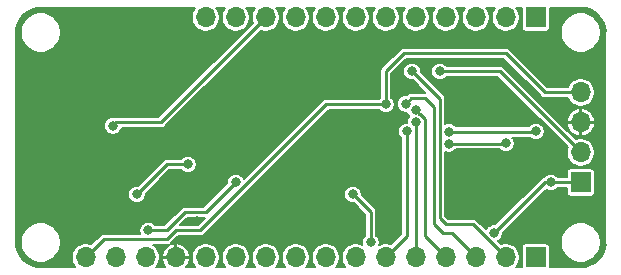
<source format=gbl>
G04 #@! TF.GenerationSoftware,KiCad,Pcbnew,(5.1.5)-3*
G04 #@! TF.CreationDate,2020-04-05T19:30:44-04:00*
G04 #@! TF.ProjectId,STM8Feather,53544d38-4665-4617-9468-65722e6b6963,rev?*
G04 #@! TF.SameCoordinates,Original*
G04 #@! TF.FileFunction,Copper,L2,Bot*
G04 #@! TF.FilePolarity,Positive*
%FSLAX46Y46*%
G04 Gerber Fmt 4.6, Leading zero omitted, Abs format (unit mm)*
G04 Created by KiCad (PCBNEW (5.1.5)-3) date 2020-04-05 19:30:44*
%MOMM*%
%LPD*%
G04 APERTURE LIST*
%ADD10R,1.700000X1.700000*%
%ADD11O,1.700000X1.700000*%
%ADD12C,0.800000*%
%ADD13C,0.250000*%
%ADD14C,0.203800*%
G04 APERTURE END LIST*
D10*
X69850000Y-46990000D03*
D11*
X67310000Y-46990000D03*
X64770000Y-46990000D03*
X62230000Y-46990000D03*
X59690000Y-46990000D03*
X57150000Y-46990000D03*
X54610000Y-46990000D03*
X52070000Y-46990000D03*
X49530000Y-46990000D03*
X46990000Y-46990000D03*
X44450000Y-46990000D03*
X41910000Y-46990000D03*
X39370000Y-46990000D03*
X36830000Y-46990000D03*
X34290000Y-46990000D03*
X31750000Y-46990000D03*
D10*
X69850000Y-26670000D03*
D11*
X67310000Y-26670000D03*
X64770000Y-26670000D03*
X62230000Y-26670000D03*
X59690000Y-26670000D03*
X57150000Y-26670000D03*
X54610000Y-26670000D03*
X52070000Y-26670000D03*
X49530000Y-26670000D03*
X46990000Y-26670000D03*
X44450000Y-26670000D03*
X41910000Y-26670000D03*
D10*
X73660000Y-40640000D03*
D11*
X73660000Y-38100000D03*
X73660000Y-35560000D03*
X73660000Y-33020000D03*
D12*
X59365000Y-31242000D03*
X58852509Y-33985827D03*
X59685347Y-34539347D03*
X59690000Y-35560000D03*
X58928000Y-36322000D03*
X57150000Y-36322000D03*
X27940000Y-37338000D03*
X35306000Y-30734000D03*
X35310653Y-36571347D03*
X31242000Y-40640000D03*
X41148000Y-43942000D03*
X33274000Y-43942000D03*
X29972000Y-40894000D03*
X29972000Y-32766000D03*
X37084000Y-43688000D03*
X54610000Y-31242000D03*
X52578000Y-41656000D03*
X66298653Y-44953347D03*
X55880000Y-45720000D03*
X71120000Y-40640000D03*
X54356000Y-41656000D03*
X62484000Y-36355000D03*
X69850000Y-36322000D03*
X62484000Y-37355003D03*
X67310000Y-37338000D03*
X44450000Y-40640000D03*
X37053998Y-44704000D03*
X57150000Y-34036000D03*
X61722000Y-31242000D03*
X34061500Y-35839500D03*
X36068000Y-41656000D03*
X40386000Y-39116000D03*
D13*
X59365000Y-31242000D02*
X61722000Y-33599000D01*
X61722000Y-33599000D02*
X61722000Y-43688000D01*
X61722000Y-43688000D02*
X62230000Y-44196000D01*
X64516000Y-44196000D02*
X67310000Y-46990000D01*
X62230000Y-44196000D02*
X64516000Y-44196000D01*
X62738000Y-44958000D02*
X64770000Y-46990000D01*
X59310336Y-33528000D02*
X60452000Y-33528000D01*
X61976000Y-44958000D02*
X62738000Y-44958000D01*
X58852509Y-33985827D02*
X59310336Y-33528000D01*
X61214000Y-34290000D02*
X61214000Y-44196000D01*
X61214000Y-44196000D02*
X61976000Y-44958000D01*
X60452000Y-33528000D02*
X61214000Y-34290000D01*
X60038001Y-34834999D02*
X60452000Y-35248998D01*
X59685347Y-34539347D02*
X59980999Y-34834999D01*
X59980999Y-34834999D02*
X60038001Y-34834999D01*
X60452000Y-45212000D02*
X62230000Y-46990000D01*
X60452000Y-35248998D02*
X60452000Y-45212000D01*
X59690000Y-46990000D02*
X59690000Y-35560000D01*
X58928000Y-45212000D02*
X57150000Y-46990000D01*
X58928000Y-36322000D02*
X58928000Y-45212000D01*
X70612000Y-40640000D02*
X66298653Y-44953347D01*
X55880000Y-45720000D02*
X55880000Y-43180000D01*
X73660000Y-40640000D02*
X71120000Y-40640000D01*
X71120000Y-40640000D02*
X70612000Y-40640000D01*
X55880000Y-43180000D02*
X54356000Y-41656000D01*
X62484000Y-36355000D02*
X69817000Y-36355000D01*
X69817000Y-36355000D02*
X69850000Y-36322000D01*
X62484000Y-37355003D02*
X67292997Y-37355003D01*
X67292997Y-37355003D02*
X67310000Y-37338000D01*
X44196000Y-40894000D02*
X44450000Y-40640000D01*
X41910000Y-43180000D02*
X44196000Y-40894000D01*
X40132000Y-43180000D02*
X41910000Y-43180000D01*
X37053998Y-44704000D02*
X38608000Y-44704000D01*
X38608000Y-44704000D02*
X40132000Y-43180000D01*
X33274000Y-45466000D02*
X31750000Y-46990000D01*
X57150000Y-34036000D02*
X52127002Y-34036000D01*
X33274000Y-45466000D02*
X38608000Y-45466000D01*
X38608000Y-45466000D02*
X39370000Y-44704000D01*
X41459002Y-44704000D02*
X52127002Y-34036000D01*
X39370000Y-44704000D02*
X41459002Y-44704000D01*
X57150000Y-31242000D02*
X57150000Y-34036000D01*
X58674000Y-29718000D02*
X57150000Y-31242000D01*
X58674000Y-29718000D02*
X67310000Y-29718000D01*
X70612000Y-33020000D02*
X73660000Y-33020000D01*
X67310000Y-29718000D02*
X70612000Y-33020000D01*
X66802000Y-31242000D02*
X73660000Y-38100000D01*
X61722000Y-31242000D02*
X66802000Y-31242000D01*
X38100000Y-35560000D02*
X46990000Y-26670000D01*
X34341000Y-35560000D02*
X34061500Y-35839500D01*
X38100000Y-35560000D02*
X34341000Y-35560000D01*
X36068000Y-41656000D02*
X38608000Y-39116000D01*
X38608000Y-39116000D02*
X40386000Y-39116000D01*
D14*
G36*
X27850628Y-25849303D02*
G01*
X27917611Y-25855900D01*
X41018699Y-25855900D01*
X40973316Y-25901283D01*
X40841345Y-26098792D01*
X40750442Y-26318252D01*
X40704100Y-26551229D01*
X40704100Y-26788771D01*
X40750442Y-27021748D01*
X40841345Y-27241208D01*
X40973316Y-27438717D01*
X41141283Y-27606684D01*
X41338792Y-27738655D01*
X41558252Y-27829558D01*
X41791229Y-27875900D01*
X42028771Y-27875900D01*
X42261748Y-27829558D01*
X42481208Y-27738655D01*
X42678717Y-27606684D01*
X42846684Y-27438717D01*
X42978655Y-27241208D01*
X43069558Y-27021748D01*
X43115900Y-26788771D01*
X43115900Y-26551229D01*
X43069558Y-26318252D01*
X42978655Y-26098792D01*
X42846684Y-25901283D01*
X42801301Y-25855900D01*
X43558699Y-25855900D01*
X43513316Y-25901283D01*
X43381345Y-26098792D01*
X43290442Y-26318252D01*
X43244100Y-26551229D01*
X43244100Y-26788771D01*
X43290442Y-27021748D01*
X43381345Y-27241208D01*
X43513316Y-27438717D01*
X43681283Y-27606684D01*
X43878792Y-27738655D01*
X44098252Y-27829558D01*
X44331229Y-27875900D01*
X44568771Y-27875900D01*
X44801748Y-27829558D01*
X45021208Y-27738655D01*
X45218717Y-27606684D01*
X45386684Y-27438717D01*
X45518655Y-27241208D01*
X45609558Y-27021748D01*
X45655900Y-26788771D01*
X45655900Y-26551229D01*
X45609558Y-26318252D01*
X45518655Y-26098792D01*
X45386684Y-25901283D01*
X45341301Y-25855900D01*
X46098699Y-25855900D01*
X46053316Y-25901283D01*
X45921345Y-26098792D01*
X45830442Y-26318252D01*
X45784100Y-26551229D01*
X45784100Y-26788771D01*
X45830442Y-27021748D01*
X45867849Y-27112056D01*
X37900806Y-35079100D01*
X34364609Y-35079100D01*
X34341000Y-35076775D01*
X34317391Y-35079100D01*
X34317384Y-35079100D01*
X34246727Y-35086059D01*
X34207751Y-35097882D01*
X34135950Y-35083600D01*
X33987050Y-35083600D01*
X33841012Y-35112649D01*
X33703447Y-35169631D01*
X33579642Y-35252354D01*
X33474354Y-35357642D01*
X33391631Y-35481447D01*
X33334649Y-35619012D01*
X33305600Y-35765050D01*
X33305600Y-35913950D01*
X33334649Y-36059988D01*
X33391631Y-36197553D01*
X33474354Y-36321358D01*
X33579642Y-36426646D01*
X33703447Y-36509369D01*
X33841012Y-36566351D01*
X33987050Y-36595400D01*
X34135950Y-36595400D01*
X34281988Y-36566351D01*
X34419553Y-36509369D01*
X34543358Y-36426646D01*
X34648646Y-36321358D01*
X34731369Y-36197553D01*
X34788351Y-36059988D01*
X34792148Y-36040900D01*
X38076391Y-36040900D01*
X38100000Y-36043225D01*
X38123609Y-36040900D01*
X38123616Y-36040900D01*
X38194273Y-36033941D01*
X38284923Y-36006443D01*
X38368466Y-35961788D01*
X38441692Y-35901692D01*
X38456750Y-35883344D01*
X46547944Y-27792151D01*
X46638252Y-27829558D01*
X46871229Y-27875900D01*
X47108771Y-27875900D01*
X47341748Y-27829558D01*
X47561208Y-27738655D01*
X47758717Y-27606684D01*
X47926684Y-27438717D01*
X48058655Y-27241208D01*
X48149558Y-27021748D01*
X48195900Y-26788771D01*
X48195900Y-26551229D01*
X48149558Y-26318252D01*
X48058655Y-26098792D01*
X47926684Y-25901283D01*
X47881301Y-25855900D01*
X48638699Y-25855900D01*
X48593316Y-25901283D01*
X48461345Y-26098792D01*
X48370442Y-26318252D01*
X48324100Y-26551229D01*
X48324100Y-26788771D01*
X48370442Y-27021748D01*
X48461345Y-27241208D01*
X48593316Y-27438717D01*
X48761283Y-27606684D01*
X48958792Y-27738655D01*
X49178252Y-27829558D01*
X49411229Y-27875900D01*
X49648771Y-27875900D01*
X49881748Y-27829558D01*
X50101208Y-27738655D01*
X50298717Y-27606684D01*
X50466684Y-27438717D01*
X50598655Y-27241208D01*
X50689558Y-27021748D01*
X50735900Y-26788771D01*
X50735900Y-26551229D01*
X50689558Y-26318252D01*
X50598655Y-26098792D01*
X50466684Y-25901283D01*
X50421301Y-25855900D01*
X51178699Y-25855900D01*
X51133316Y-25901283D01*
X51001345Y-26098792D01*
X50910442Y-26318252D01*
X50864100Y-26551229D01*
X50864100Y-26788771D01*
X50910442Y-27021748D01*
X51001345Y-27241208D01*
X51133316Y-27438717D01*
X51301283Y-27606684D01*
X51498792Y-27738655D01*
X51718252Y-27829558D01*
X51951229Y-27875900D01*
X52188771Y-27875900D01*
X52421748Y-27829558D01*
X52641208Y-27738655D01*
X52838717Y-27606684D01*
X53006684Y-27438717D01*
X53138655Y-27241208D01*
X53229558Y-27021748D01*
X53275900Y-26788771D01*
X53275900Y-26551229D01*
X53229558Y-26318252D01*
X53138655Y-26098792D01*
X53006684Y-25901283D01*
X52961301Y-25855900D01*
X53718699Y-25855900D01*
X53673316Y-25901283D01*
X53541345Y-26098792D01*
X53450442Y-26318252D01*
X53404100Y-26551229D01*
X53404100Y-26788771D01*
X53450442Y-27021748D01*
X53541345Y-27241208D01*
X53673316Y-27438717D01*
X53841283Y-27606684D01*
X54038792Y-27738655D01*
X54258252Y-27829558D01*
X54491229Y-27875900D01*
X54728771Y-27875900D01*
X54961748Y-27829558D01*
X55181208Y-27738655D01*
X55378717Y-27606684D01*
X55546684Y-27438717D01*
X55678655Y-27241208D01*
X55769558Y-27021748D01*
X55815900Y-26788771D01*
X55815900Y-26551229D01*
X55769558Y-26318252D01*
X55678655Y-26098792D01*
X55546684Y-25901283D01*
X55501301Y-25855900D01*
X56258699Y-25855900D01*
X56213316Y-25901283D01*
X56081345Y-26098792D01*
X55990442Y-26318252D01*
X55944100Y-26551229D01*
X55944100Y-26788771D01*
X55990442Y-27021748D01*
X56081345Y-27241208D01*
X56213316Y-27438717D01*
X56381283Y-27606684D01*
X56578792Y-27738655D01*
X56798252Y-27829558D01*
X57031229Y-27875900D01*
X57268771Y-27875900D01*
X57501748Y-27829558D01*
X57721208Y-27738655D01*
X57918717Y-27606684D01*
X58086684Y-27438717D01*
X58218655Y-27241208D01*
X58309558Y-27021748D01*
X58355900Y-26788771D01*
X58355900Y-26551229D01*
X58309558Y-26318252D01*
X58218655Y-26098792D01*
X58086684Y-25901283D01*
X58041301Y-25855900D01*
X58798699Y-25855900D01*
X58753316Y-25901283D01*
X58621345Y-26098792D01*
X58530442Y-26318252D01*
X58484100Y-26551229D01*
X58484100Y-26788771D01*
X58530442Y-27021748D01*
X58621345Y-27241208D01*
X58753316Y-27438717D01*
X58921283Y-27606684D01*
X59118792Y-27738655D01*
X59338252Y-27829558D01*
X59571229Y-27875900D01*
X59808771Y-27875900D01*
X60041748Y-27829558D01*
X60261208Y-27738655D01*
X60458717Y-27606684D01*
X60626684Y-27438717D01*
X60758655Y-27241208D01*
X60849558Y-27021748D01*
X60895900Y-26788771D01*
X60895900Y-26551229D01*
X60849558Y-26318252D01*
X60758655Y-26098792D01*
X60626684Y-25901283D01*
X60581301Y-25855900D01*
X61338699Y-25855900D01*
X61293316Y-25901283D01*
X61161345Y-26098792D01*
X61070442Y-26318252D01*
X61024100Y-26551229D01*
X61024100Y-26788771D01*
X61070442Y-27021748D01*
X61161345Y-27241208D01*
X61293316Y-27438717D01*
X61461283Y-27606684D01*
X61658792Y-27738655D01*
X61878252Y-27829558D01*
X62111229Y-27875900D01*
X62348771Y-27875900D01*
X62581748Y-27829558D01*
X62801208Y-27738655D01*
X62998717Y-27606684D01*
X63166684Y-27438717D01*
X63298655Y-27241208D01*
X63389558Y-27021748D01*
X63435900Y-26788771D01*
X63435900Y-26551229D01*
X63389558Y-26318252D01*
X63298655Y-26098792D01*
X63166684Y-25901283D01*
X63121301Y-25855900D01*
X63878699Y-25855900D01*
X63833316Y-25901283D01*
X63701345Y-26098792D01*
X63610442Y-26318252D01*
X63564100Y-26551229D01*
X63564100Y-26788771D01*
X63610442Y-27021748D01*
X63701345Y-27241208D01*
X63833316Y-27438717D01*
X64001283Y-27606684D01*
X64198792Y-27738655D01*
X64418252Y-27829558D01*
X64651229Y-27875900D01*
X64888771Y-27875900D01*
X65121748Y-27829558D01*
X65341208Y-27738655D01*
X65538717Y-27606684D01*
X65706684Y-27438717D01*
X65838655Y-27241208D01*
X65929558Y-27021748D01*
X65975900Y-26788771D01*
X65975900Y-26551229D01*
X65929558Y-26318252D01*
X65838655Y-26098792D01*
X65706684Y-25901283D01*
X65661301Y-25855900D01*
X66418699Y-25855900D01*
X66373316Y-25901283D01*
X66241345Y-26098792D01*
X66150442Y-26318252D01*
X66104100Y-26551229D01*
X66104100Y-26788771D01*
X66150442Y-27021748D01*
X66241345Y-27241208D01*
X66373316Y-27438717D01*
X66541283Y-27606684D01*
X66738792Y-27738655D01*
X66958252Y-27829558D01*
X67191229Y-27875900D01*
X67428771Y-27875900D01*
X67661748Y-27829558D01*
X67881208Y-27738655D01*
X68078717Y-27606684D01*
X68246684Y-27438717D01*
X68378655Y-27241208D01*
X68469558Y-27021748D01*
X68515900Y-26788771D01*
X68515900Y-26551229D01*
X68469558Y-26318252D01*
X68378655Y-26098792D01*
X68246684Y-25901283D01*
X68201301Y-25855900D01*
X68642378Y-25855900D01*
X68642378Y-27520000D01*
X68649250Y-27589769D01*
X68669600Y-27656856D01*
X68702648Y-27718684D01*
X68747123Y-27772877D01*
X68801316Y-27817352D01*
X68863144Y-27850400D01*
X68930231Y-27870750D01*
X69000000Y-27877622D01*
X70700000Y-27877622D01*
X70769769Y-27870750D01*
X70836856Y-27850400D01*
X70898684Y-27817352D01*
X70952877Y-27772877D01*
X70953609Y-27771984D01*
X71954100Y-27771984D01*
X71954100Y-28108016D01*
X72019657Y-28437593D01*
X72148251Y-28748047D01*
X72334941Y-29027448D01*
X72572552Y-29265059D01*
X72851953Y-29451749D01*
X73162407Y-29580343D01*
X73491984Y-29645900D01*
X73828016Y-29645900D01*
X74157593Y-29580343D01*
X74468047Y-29451749D01*
X74747448Y-29265059D01*
X74985059Y-29027448D01*
X75171749Y-28748047D01*
X75300343Y-28437593D01*
X75365900Y-28108016D01*
X75365900Y-27771984D01*
X75300343Y-27442407D01*
X75171749Y-27131953D01*
X74985059Y-26852552D01*
X74747448Y-26614941D01*
X74468047Y-26428251D01*
X74157593Y-26299657D01*
X73828016Y-26234100D01*
X73491984Y-26234100D01*
X73162407Y-26299657D01*
X72851953Y-26428251D01*
X72572552Y-26614941D01*
X72334941Y-26852552D01*
X72148251Y-27131953D01*
X72019657Y-27442407D01*
X71954100Y-27771984D01*
X70953609Y-27771984D01*
X70997352Y-27718684D01*
X71030400Y-27656856D01*
X71050750Y-27589769D01*
X71057622Y-27520000D01*
X71057622Y-25855900D01*
X73682389Y-25855900D01*
X73749372Y-25849303D01*
X73768241Y-25843579D01*
X74069255Y-25873094D01*
X74462929Y-25991950D01*
X74826016Y-26185007D01*
X75144688Y-26444910D01*
X75406812Y-26761765D01*
X75602397Y-27123492D01*
X75723998Y-27516323D01*
X75756964Y-27829970D01*
X75750697Y-27850629D01*
X75744100Y-27917612D01*
X75744101Y-45742389D01*
X75750698Y-45809372D01*
X75756421Y-45828238D01*
X75726906Y-46129256D01*
X75608049Y-46522930D01*
X75414994Y-46886014D01*
X75155089Y-47204688D01*
X74838239Y-47466809D01*
X74476511Y-47662395D01*
X74083681Y-47783997D01*
X73770031Y-47816964D01*
X73749372Y-47810697D01*
X73682389Y-47804100D01*
X71057622Y-47804100D01*
X71057622Y-46140000D01*
X71050750Y-46070231D01*
X71030400Y-46003144D01*
X70997352Y-45941316D01*
X70952877Y-45887123D01*
X70898684Y-45842648D01*
X70836856Y-45809600D01*
X70769769Y-45789250D01*
X70700000Y-45782378D01*
X69000000Y-45782378D01*
X68930231Y-45789250D01*
X68863144Y-45809600D01*
X68801316Y-45842648D01*
X68747123Y-45887123D01*
X68702648Y-45941316D01*
X68669600Y-46003144D01*
X68649250Y-46070231D01*
X68642378Y-46140000D01*
X68642378Y-47804100D01*
X68201301Y-47804100D01*
X68246684Y-47758717D01*
X68378655Y-47561208D01*
X68469558Y-47341748D01*
X68515900Y-47108771D01*
X68515900Y-46871229D01*
X68469558Y-46638252D01*
X68378655Y-46418792D01*
X68246684Y-46221283D01*
X68078717Y-46053316D01*
X67881208Y-45921345D01*
X67661748Y-45830442D01*
X67428771Y-45784100D01*
X67191229Y-45784100D01*
X66958252Y-45830442D01*
X66867944Y-45867849D01*
X66633092Y-45632997D01*
X66656706Y-45623216D01*
X66763313Y-45551984D01*
X71954100Y-45551984D01*
X71954100Y-45888016D01*
X72019657Y-46217593D01*
X72148251Y-46528047D01*
X72334941Y-46807448D01*
X72572552Y-47045059D01*
X72851953Y-47231749D01*
X73162407Y-47360343D01*
X73491984Y-47425900D01*
X73828016Y-47425900D01*
X74157593Y-47360343D01*
X74468047Y-47231749D01*
X74747448Y-47045059D01*
X74985059Y-46807448D01*
X75171749Y-46528047D01*
X75300343Y-46217593D01*
X75365900Y-45888016D01*
X75365900Y-45551984D01*
X75300343Y-45222407D01*
X75171749Y-44911953D01*
X74985059Y-44632552D01*
X74747448Y-44394941D01*
X74468047Y-44208251D01*
X74157593Y-44079657D01*
X73828016Y-44014100D01*
X73491984Y-44014100D01*
X73162407Y-44079657D01*
X72851953Y-44208251D01*
X72572552Y-44394941D01*
X72334941Y-44632552D01*
X72148251Y-44911953D01*
X72019657Y-45222407D01*
X71954100Y-45551984D01*
X66763313Y-45551984D01*
X66780511Y-45540493D01*
X66885799Y-45435205D01*
X66968522Y-45311400D01*
X67025504Y-45173835D01*
X67054553Y-45027797D01*
X67054553Y-44878897D01*
X67054328Y-44877766D01*
X70678190Y-41253905D01*
X70761947Y-41309869D01*
X70899512Y-41366851D01*
X71045550Y-41395900D01*
X71194450Y-41395900D01*
X71340488Y-41366851D01*
X71478053Y-41309869D01*
X71601858Y-41227146D01*
X71707146Y-41121858D01*
X71707786Y-41120900D01*
X72452378Y-41120900D01*
X72452378Y-41490000D01*
X72459250Y-41559769D01*
X72479600Y-41626856D01*
X72512648Y-41688684D01*
X72557123Y-41742877D01*
X72611316Y-41787352D01*
X72673144Y-41820400D01*
X72740231Y-41840750D01*
X72810000Y-41847622D01*
X74510000Y-41847622D01*
X74579769Y-41840750D01*
X74646856Y-41820400D01*
X74708684Y-41787352D01*
X74762877Y-41742877D01*
X74807352Y-41688684D01*
X74840400Y-41626856D01*
X74860750Y-41559769D01*
X74867622Y-41490000D01*
X74867622Y-39790000D01*
X74860750Y-39720231D01*
X74840400Y-39653144D01*
X74807352Y-39591316D01*
X74762877Y-39537123D01*
X74708684Y-39492648D01*
X74646856Y-39459600D01*
X74579769Y-39439250D01*
X74510000Y-39432378D01*
X72810000Y-39432378D01*
X72740231Y-39439250D01*
X72673144Y-39459600D01*
X72611316Y-39492648D01*
X72557123Y-39537123D01*
X72512648Y-39591316D01*
X72479600Y-39653144D01*
X72459250Y-39720231D01*
X72452378Y-39790000D01*
X72452378Y-40159100D01*
X71707786Y-40159100D01*
X71707146Y-40158142D01*
X71601858Y-40052854D01*
X71478053Y-39970131D01*
X71340488Y-39913149D01*
X71194450Y-39884100D01*
X71045550Y-39884100D01*
X70899512Y-39913149D01*
X70761947Y-39970131D01*
X70638142Y-40052854D01*
X70532854Y-40158142D01*
X70528257Y-40165022D01*
X70517727Y-40166059D01*
X70427077Y-40193557D01*
X70343534Y-40238212D01*
X70270308Y-40298308D01*
X70255254Y-40316651D01*
X66374234Y-44197672D01*
X66373103Y-44197447D01*
X66224203Y-44197447D01*
X66078165Y-44226496D01*
X65940600Y-44283478D01*
X65816795Y-44366201D01*
X65711507Y-44471489D01*
X65628784Y-44595294D01*
X65619003Y-44618908D01*
X64872750Y-43872656D01*
X64857692Y-43854308D01*
X64784466Y-43794212D01*
X64700923Y-43749557D01*
X64610273Y-43722059D01*
X64539616Y-43715100D01*
X64539609Y-43715100D01*
X64516000Y-43712775D01*
X64492391Y-43715100D01*
X62429195Y-43715100D01*
X62202900Y-43488806D01*
X62202900Y-38056747D01*
X62263512Y-38081854D01*
X62409550Y-38110903D01*
X62558450Y-38110903D01*
X62704488Y-38081854D01*
X62842053Y-38024872D01*
X62965858Y-37942149D01*
X63071146Y-37836861D01*
X63071786Y-37835903D01*
X66738899Y-37835903D01*
X66828142Y-37925146D01*
X66951947Y-38007869D01*
X67089512Y-38064851D01*
X67235550Y-38093900D01*
X67384450Y-38093900D01*
X67530488Y-38064851D01*
X67668053Y-38007869D01*
X67791858Y-37925146D01*
X67897146Y-37819858D01*
X67979869Y-37696053D01*
X68036851Y-37558488D01*
X68065900Y-37412450D01*
X68065900Y-37263550D01*
X68036851Y-37117512D01*
X67979869Y-36979947D01*
X67897146Y-36856142D01*
X67876904Y-36835900D01*
X69294896Y-36835900D01*
X69368142Y-36909146D01*
X69491947Y-36991869D01*
X69629512Y-37048851D01*
X69775550Y-37077900D01*
X69924450Y-37077900D01*
X70070488Y-37048851D01*
X70208053Y-36991869D01*
X70331858Y-36909146D01*
X70437146Y-36803858D01*
X70519869Y-36680053D01*
X70576851Y-36542488D01*
X70605900Y-36396450D01*
X70605900Y-36247550D01*
X70576851Y-36101512D01*
X70519869Y-35963947D01*
X70437146Y-35840142D01*
X70331858Y-35734854D01*
X70208053Y-35652131D01*
X70070488Y-35595149D01*
X69924450Y-35566100D01*
X69775550Y-35566100D01*
X69629512Y-35595149D01*
X69491947Y-35652131D01*
X69368142Y-35734854D01*
X69262854Y-35840142D01*
X69240164Y-35874100D01*
X63071786Y-35874100D01*
X63071146Y-35873142D01*
X62965858Y-35767854D01*
X62842053Y-35685131D01*
X62704488Y-35628149D01*
X62558450Y-35599100D01*
X62409550Y-35599100D01*
X62263512Y-35628149D01*
X62202900Y-35653256D01*
X62202900Y-33622605D01*
X62205225Y-33598999D01*
X62202900Y-33575393D01*
X62202900Y-33575384D01*
X62195941Y-33504727D01*
X62168443Y-33414077D01*
X62123788Y-33330534D01*
X62063692Y-33257308D01*
X62045349Y-33242254D01*
X60120675Y-31317581D01*
X60120900Y-31316450D01*
X60120900Y-31167550D01*
X60966100Y-31167550D01*
X60966100Y-31316450D01*
X60995149Y-31462488D01*
X61052131Y-31600053D01*
X61134854Y-31723858D01*
X61240142Y-31829146D01*
X61363947Y-31911869D01*
X61501512Y-31968851D01*
X61647550Y-31997900D01*
X61796450Y-31997900D01*
X61942488Y-31968851D01*
X62080053Y-31911869D01*
X62203858Y-31829146D01*
X62309146Y-31723858D01*
X62309786Y-31722900D01*
X66602806Y-31722900D01*
X72537849Y-37657944D01*
X72500442Y-37748252D01*
X72454100Y-37981229D01*
X72454100Y-38218771D01*
X72500442Y-38451748D01*
X72591345Y-38671208D01*
X72723316Y-38868717D01*
X72891283Y-39036684D01*
X73088792Y-39168655D01*
X73308252Y-39259558D01*
X73541229Y-39305900D01*
X73778771Y-39305900D01*
X74011748Y-39259558D01*
X74231208Y-39168655D01*
X74428717Y-39036684D01*
X74596684Y-38868717D01*
X74728655Y-38671208D01*
X74819558Y-38451748D01*
X74865900Y-38218771D01*
X74865900Y-37981229D01*
X74819558Y-37748252D01*
X74728655Y-37528792D01*
X74596684Y-37331283D01*
X74428717Y-37163316D01*
X74231208Y-37031345D01*
X74011748Y-36940442D01*
X73778771Y-36894100D01*
X73541229Y-36894100D01*
X73308252Y-36940442D01*
X73217944Y-36977849D01*
X72013489Y-35773394D01*
X72473131Y-35773394D01*
X72481813Y-35817043D01*
X72554598Y-36041957D01*
X72669863Y-36248350D01*
X72823179Y-36428290D01*
X73008653Y-36574862D01*
X73219158Y-36682433D01*
X73446605Y-36746870D01*
X73634900Y-36676665D01*
X73634900Y-35585100D01*
X73685100Y-35585100D01*
X73685100Y-36676665D01*
X73873395Y-36746870D01*
X74100842Y-36682433D01*
X74311347Y-36574862D01*
X74496821Y-36428290D01*
X74650137Y-36248350D01*
X74765402Y-36041957D01*
X74838187Y-35817043D01*
X74846869Y-35773394D01*
X74776643Y-35585100D01*
X73685100Y-35585100D01*
X73634900Y-35585100D01*
X72543357Y-35585100D01*
X72473131Y-35773394D01*
X72013489Y-35773394D01*
X71586701Y-35346606D01*
X72473131Y-35346606D01*
X72543357Y-35534900D01*
X73634900Y-35534900D01*
X73634900Y-34443335D01*
X73685100Y-34443335D01*
X73685100Y-35534900D01*
X74776643Y-35534900D01*
X74846869Y-35346606D01*
X74838187Y-35302957D01*
X74765402Y-35078043D01*
X74650137Y-34871650D01*
X74496821Y-34691710D01*
X74311347Y-34545138D01*
X74100842Y-34437567D01*
X73873395Y-34373130D01*
X73685100Y-34443335D01*
X73634900Y-34443335D01*
X73446605Y-34373130D01*
X73219158Y-34437567D01*
X73008653Y-34545138D01*
X72823179Y-34691710D01*
X72669863Y-34871650D01*
X72554598Y-35078043D01*
X72481813Y-35302957D01*
X72473131Y-35346606D01*
X71586701Y-35346606D01*
X67158750Y-30918656D01*
X67143692Y-30900308D01*
X67070466Y-30840212D01*
X66986923Y-30795557D01*
X66896273Y-30768059D01*
X66825616Y-30761100D01*
X66825609Y-30761100D01*
X66802000Y-30758775D01*
X66778391Y-30761100D01*
X62309786Y-30761100D01*
X62309146Y-30760142D01*
X62203858Y-30654854D01*
X62080053Y-30572131D01*
X61942488Y-30515149D01*
X61796450Y-30486100D01*
X61647550Y-30486100D01*
X61501512Y-30515149D01*
X61363947Y-30572131D01*
X61240142Y-30654854D01*
X61134854Y-30760142D01*
X61052131Y-30883947D01*
X60995149Y-31021512D01*
X60966100Y-31167550D01*
X60120900Y-31167550D01*
X60091851Y-31021512D01*
X60034869Y-30883947D01*
X59952146Y-30760142D01*
X59846858Y-30654854D01*
X59723053Y-30572131D01*
X59585488Y-30515149D01*
X59439450Y-30486100D01*
X59290550Y-30486100D01*
X59144512Y-30515149D01*
X59006947Y-30572131D01*
X58883142Y-30654854D01*
X58777854Y-30760142D01*
X58695131Y-30883947D01*
X58638149Y-31021512D01*
X58609100Y-31167550D01*
X58609100Y-31316450D01*
X58638149Y-31462488D01*
X58695131Y-31600053D01*
X58777854Y-31723858D01*
X58883142Y-31829146D01*
X59006947Y-31911869D01*
X59144512Y-31968851D01*
X59290550Y-31997900D01*
X59439450Y-31997900D01*
X59440581Y-31997675D01*
X60491577Y-33048672D01*
X60475616Y-33047100D01*
X60475609Y-33047100D01*
X60452000Y-33044775D01*
X60428391Y-33047100D01*
X59333944Y-33047100D01*
X59310335Y-33044775D01*
X59286726Y-33047100D01*
X59286720Y-33047100D01*
X59216063Y-33054059D01*
X59125413Y-33081557D01*
X59041870Y-33126212D01*
X58968644Y-33186308D01*
X58953590Y-33204651D01*
X58928089Y-33230152D01*
X58926959Y-33229927D01*
X58778059Y-33229927D01*
X58632021Y-33258976D01*
X58494456Y-33315958D01*
X58370651Y-33398681D01*
X58265363Y-33503969D01*
X58182640Y-33627774D01*
X58125658Y-33765339D01*
X58096609Y-33911377D01*
X58096609Y-34060277D01*
X58125658Y-34206315D01*
X58182640Y-34343880D01*
X58265363Y-34467685D01*
X58370651Y-34572973D01*
X58494456Y-34655696D01*
X58632021Y-34712678D01*
X58778059Y-34741727D01*
X58926959Y-34741727D01*
X58953831Y-34736382D01*
X58958496Y-34759835D01*
X59015478Y-34897400D01*
X59098201Y-35021205D01*
X59128996Y-35052000D01*
X59102854Y-35078142D01*
X59020131Y-35201947D01*
X58963149Y-35339512D01*
X58934100Y-35485550D01*
X58934100Y-35566100D01*
X58853550Y-35566100D01*
X58707512Y-35595149D01*
X58569947Y-35652131D01*
X58446142Y-35734854D01*
X58340854Y-35840142D01*
X58258131Y-35963947D01*
X58201149Y-36101512D01*
X58172100Y-36247550D01*
X58172100Y-36396450D01*
X58201149Y-36542488D01*
X58258131Y-36680053D01*
X58340854Y-36803858D01*
X58446142Y-36909146D01*
X58447100Y-36909786D01*
X58447101Y-45012804D01*
X57592057Y-45867849D01*
X57501748Y-45830442D01*
X57268771Y-45784100D01*
X57031229Y-45784100D01*
X56798252Y-45830442D01*
X56613520Y-45906960D01*
X56635900Y-45794450D01*
X56635900Y-45645550D01*
X56606851Y-45499512D01*
X56549869Y-45361947D01*
X56467146Y-45238142D01*
X56361858Y-45132854D01*
X56360900Y-45132214D01*
X56360900Y-43203605D01*
X56363225Y-43179999D01*
X56360900Y-43156393D01*
X56360900Y-43156384D01*
X56353941Y-43085727D01*
X56326443Y-42995077D01*
X56281788Y-42911534D01*
X56221692Y-42838308D01*
X56203349Y-42823254D01*
X55111675Y-41731581D01*
X55111900Y-41730450D01*
X55111900Y-41581550D01*
X55082851Y-41435512D01*
X55025869Y-41297947D01*
X54943146Y-41174142D01*
X54837858Y-41068854D01*
X54714053Y-40986131D01*
X54576488Y-40929149D01*
X54430450Y-40900100D01*
X54281550Y-40900100D01*
X54135512Y-40929149D01*
X53997947Y-40986131D01*
X53874142Y-41068854D01*
X53768854Y-41174142D01*
X53686131Y-41297947D01*
X53629149Y-41435512D01*
X53600100Y-41581550D01*
X53600100Y-41730450D01*
X53629149Y-41876488D01*
X53686131Y-42014053D01*
X53768854Y-42137858D01*
X53874142Y-42243146D01*
X53997947Y-42325869D01*
X54135512Y-42382851D01*
X54281550Y-42411900D01*
X54430450Y-42411900D01*
X54431581Y-42411675D01*
X55399101Y-43379196D01*
X55399100Y-45132214D01*
X55398142Y-45132854D01*
X55292854Y-45238142D01*
X55210131Y-45361947D01*
X55153149Y-45499512D01*
X55124100Y-45645550D01*
X55124100Y-45794450D01*
X55146480Y-45906960D01*
X54961748Y-45830442D01*
X54728771Y-45784100D01*
X54491229Y-45784100D01*
X54258252Y-45830442D01*
X54038792Y-45921345D01*
X53841283Y-46053316D01*
X53673316Y-46221283D01*
X53541345Y-46418792D01*
X53450442Y-46638252D01*
X53404100Y-46871229D01*
X53404100Y-47108771D01*
X53450442Y-47341748D01*
X53541345Y-47561208D01*
X53673316Y-47758717D01*
X53718699Y-47804100D01*
X52961301Y-47804100D01*
X53006684Y-47758717D01*
X53138655Y-47561208D01*
X53229558Y-47341748D01*
X53275900Y-47108771D01*
X53275900Y-46871229D01*
X53229558Y-46638252D01*
X53138655Y-46418792D01*
X53006684Y-46221283D01*
X52838717Y-46053316D01*
X52641208Y-45921345D01*
X52421748Y-45830442D01*
X52188771Y-45784100D01*
X51951229Y-45784100D01*
X51718252Y-45830442D01*
X51498792Y-45921345D01*
X51301283Y-46053316D01*
X51133316Y-46221283D01*
X51001345Y-46418792D01*
X50910442Y-46638252D01*
X50864100Y-46871229D01*
X50864100Y-47108771D01*
X50910442Y-47341748D01*
X51001345Y-47561208D01*
X51133316Y-47758717D01*
X51178699Y-47804100D01*
X50421301Y-47804100D01*
X50466684Y-47758717D01*
X50598655Y-47561208D01*
X50689558Y-47341748D01*
X50735900Y-47108771D01*
X50735900Y-46871229D01*
X50689558Y-46638252D01*
X50598655Y-46418792D01*
X50466684Y-46221283D01*
X50298717Y-46053316D01*
X50101208Y-45921345D01*
X49881748Y-45830442D01*
X49648771Y-45784100D01*
X49411229Y-45784100D01*
X49178252Y-45830442D01*
X48958792Y-45921345D01*
X48761283Y-46053316D01*
X48593316Y-46221283D01*
X48461345Y-46418792D01*
X48370442Y-46638252D01*
X48324100Y-46871229D01*
X48324100Y-47108771D01*
X48370442Y-47341748D01*
X48461345Y-47561208D01*
X48593316Y-47758717D01*
X48638699Y-47804100D01*
X47881301Y-47804100D01*
X47926684Y-47758717D01*
X48058655Y-47561208D01*
X48149558Y-47341748D01*
X48195900Y-47108771D01*
X48195900Y-46871229D01*
X48149558Y-46638252D01*
X48058655Y-46418792D01*
X47926684Y-46221283D01*
X47758717Y-46053316D01*
X47561208Y-45921345D01*
X47341748Y-45830442D01*
X47108771Y-45784100D01*
X46871229Y-45784100D01*
X46638252Y-45830442D01*
X46418792Y-45921345D01*
X46221283Y-46053316D01*
X46053316Y-46221283D01*
X45921345Y-46418792D01*
X45830442Y-46638252D01*
X45784100Y-46871229D01*
X45784100Y-47108771D01*
X45830442Y-47341748D01*
X45921345Y-47561208D01*
X46053316Y-47758717D01*
X46098699Y-47804100D01*
X45341301Y-47804100D01*
X45386684Y-47758717D01*
X45518655Y-47561208D01*
X45609558Y-47341748D01*
X45655900Y-47108771D01*
X45655900Y-46871229D01*
X45609558Y-46638252D01*
X45518655Y-46418792D01*
X45386684Y-46221283D01*
X45218717Y-46053316D01*
X45021208Y-45921345D01*
X44801748Y-45830442D01*
X44568771Y-45784100D01*
X44331229Y-45784100D01*
X44098252Y-45830442D01*
X43878792Y-45921345D01*
X43681283Y-46053316D01*
X43513316Y-46221283D01*
X43381345Y-46418792D01*
X43290442Y-46638252D01*
X43244100Y-46871229D01*
X43244100Y-47108771D01*
X43290442Y-47341748D01*
X43381345Y-47561208D01*
X43513316Y-47758717D01*
X43558699Y-47804100D01*
X42801301Y-47804100D01*
X42846684Y-47758717D01*
X42978655Y-47561208D01*
X43069558Y-47341748D01*
X43115900Y-47108771D01*
X43115900Y-46871229D01*
X43069558Y-46638252D01*
X42978655Y-46418792D01*
X42846684Y-46221283D01*
X42678717Y-46053316D01*
X42481208Y-45921345D01*
X42261748Y-45830442D01*
X42028771Y-45784100D01*
X41791229Y-45784100D01*
X41558252Y-45830442D01*
X41338792Y-45921345D01*
X41141283Y-46053316D01*
X40973316Y-46221283D01*
X40841345Y-46418792D01*
X40750442Y-46638252D01*
X40704100Y-46871229D01*
X40704100Y-47108771D01*
X40750442Y-47341748D01*
X40841345Y-47561208D01*
X40973316Y-47758717D01*
X41018699Y-47804100D01*
X40256245Y-47804100D01*
X40384862Y-47641347D01*
X40492433Y-47430842D01*
X40556870Y-47203395D01*
X40486665Y-47015100D01*
X39395100Y-47015100D01*
X39395100Y-47035100D01*
X39344900Y-47035100D01*
X39344900Y-47015100D01*
X38253335Y-47015100D01*
X38183130Y-47203395D01*
X38247567Y-47430842D01*
X38355138Y-47641347D01*
X38483755Y-47804100D01*
X37721301Y-47804100D01*
X37766684Y-47758717D01*
X37898655Y-47561208D01*
X37989558Y-47341748D01*
X38035900Y-47108771D01*
X38035900Y-46871229D01*
X38017079Y-46776605D01*
X38183130Y-46776605D01*
X38253335Y-46964900D01*
X39344900Y-46964900D01*
X39344900Y-45873357D01*
X39395100Y-45873357D01*
X39395100Y-46964900D01*
X40486665Y-46964900D01*
X40556870Y-46776605D01*
X40492433Y-46549158D01*
X40384862Y-46338653D01*
X40238290Y-46153179D01*
X40058350Y-45999863D01*
X39851957Y-45884598D01*
X39627043Y-45811813D01*
X39583394Y-45803131D01*
X39395100Y-45873357D01*
X39344900Y-45873357D01*
X39156606Y-45803131D01*
X39112957Y-45811813D01*
X38888043Y-45884598D01*
X38681650Y-45999863D01*
X38501710Y-46153179D01*
X38355138Y-46338653D01*
X38247567Y-46549158D01*
X38183130Y-46776605D01*
X38017079Y-46776605D01*
X37989558Y-46638252D01*
X37898655Y-46418792D01*
X37766684Y-46221283D01*
X37598717Y-46053316D01*
X37439454Y-45946900D01*
X38584391Y-45946900D01*
X38608000Y-45949225D01*
X38631609Y-45946900D01*
X38631616Y-45946900D01*
X38702273Y-45939941D01*
X38792923Y-45912443D01*
X38876466Y-45867788D01*
X38949692Y-45807692D01*
X38964750Y-45789344D01*
X39569195Y-45184900D01*
X41435393Y-45184900D01*
X41459002Y-45187225D01*
X41482611Y-45184900D01*
X41482618Y-45184900D01*
X41553275Y-45177941D01*
X41643925Y-45150443D01*
X41727468Y-45105788D01*
X41800694Y-45045692D01*
X41815752Y-45027344D01*
X52326197Y-34516900D01*
X56562214Y-34516900D01*
X56562854Y-34517858D01*
X56668142Y-34623146D01*
X56791947Y-34705869D01*
X56929512Y-34762851D01*
X57075550Y-34791900D01*
X57224450Y-34791900D01*
X57370488Y-34762851D01*
X57508053Y-34705869D01*
X57631858Y-34623146D01*
X57737146Y-34517858D01*
X57819869Y-34394053D01*
X57876851Y-34256488D01*
X57905900Y-34110450D01*
X57905900Y-33961550D01*
X57876851Y-33815512D01*
X57819869Y-33677947D01*
X57737146Y-33554142D01*
X57631858Y-33448854D01*
X57630900Y-33448214D01*
X57630900Y-31441194D01*
X58873195Y-30198900D01*
X67110806Y-30198900D01*
X70255254Y-33343349D01*
X70270308Y-33361692D01*
X70343534Y-33421788D01*
X70394171Y-33448854D01*
X70427077Y-33466443D01*
X70517726Y-33493941D01*
X70527633Y-33494917D01*
X70588384Y-33500900D01*
X70588390Y-33500900D01*
X70611999Y-33503225D01*
X70635608Y-33500900D01*
X72553938Y-33500900D01*
X72591345Y-33591208D01*
X72723316Y-33788717D01*
X72891283Y-33956684D01*
X73088792Y-34088655D01*
X73308252Y-34179558D01*
X73541229Y-34225900D01*
X73778771Y-34225900D01*
X74011748Y-34179558D01*
X74231208Y-34088655D01*
X74428717Y-33956684D01*
X74596684Y-33788717D01*
X74728655Y-33591208D01*
X74819558Y-33371748D01*
X74865900Y-33138771D01*
X74865900Y-32901229D01*
X74819558Y-32668252D01*
X74728655Y-32448792D01*
X74596684Y-32251283D01*
X74428717Y-32083316D01*
X74231208Y-31951345D01*
X74011748Y-31860442D01*
X73778771Y-31814100D01*
X73541229Y-31814100D01*
X73308252Y-31860442D01*
X73088792Y-31951345D01*
X72891283Y-32083316D01*
X72723316Y-32251283D01*
X72591345Y-32448792D01*
X72553938Y-32539100D01*
X70811195Y-32539100D01*
X67666750Y-29394656D01*
X67651692Y-29376308D01*
X67578466Y-29316212D01*
X67494923Y-29271557D01*
X67404273Y-29244059D01*
X67333616Y-29237100D01*
X67333609Y-29237100D01*
X67310000Y-29234775D01*
X67286391Y-29237100D01*
X58697605Y-29237100D01*
X58673999Y-29234775D01*
X58650393Y-29237100D01*
X58650384Y-29237100D01*
X58579727Y-29244059D01*
X58489077Y-29271557D01*
X58405534Y-29316212D01*
X58332308Y-29376308D01*
X58317254Y-29394651D01*
X56826656Y-30885250D01*
X56808308Y-30900308D01*
X56748212Y-30973534D01*
X56703557Y-31057078D01*
X56676059Y-31147728D01*
X56669100Y-31218385D01*
X56669100Y-31218391D01*
X56666775Y-31242000D01*
X56669100Y-31265609D01*
X56669101Y-33448213D01*
X56668142Y-33448854D01*
X56562854Y-33554142D01*
X56562214Y-33555100D01*
X52150607Y-33555100D01*
X52127001Y-33552775D01*
X52103395Y-33555100D01*
X52103386Y-33555100D01*
X52032729Y-33562059D01*
X51942079Y-33589557D01*
X51858536Y-33634212D01*
X51785310Y-33694308D01*
X51770256Y-33712651D01*
X45143620Y-40339287D01*
X45119869Y-40281947D01*
X45037146Y-40158142D01*
X44931858Y-40052854D01*
X44808053Y-39970131D01*
X44670488Y-39913149D01*
X44524450Y-39884100D01*
X44375550Y-39884100D01*
X44229512Y-39913149D01*
X44091947Y-39970131D01*
X43968142Y-40052854D01*
X43862854Y-40158142D01*
X43780131Y-40281947D01*
X43723149Y-40419512D01*
X43694100Y-40565550D01*
X43694100Y-40714450D01*
X43694325Y-40715580D01*
X41710806Y-42699100D01*
X40155605Y-42699100D01*
X40131999Y-42696775D01*
X40108393Y-42699100D01*
X40108384Y-42699100D01*
X40037727Y-42706059D01*
X39947077Y-42733557D01*
X39863534Y-42778212D01*
X39790308Y-42838308D01*
X39775254Y-42856651D01*
X38408806Y-44223100D01*
X37641784Y-44223100D01*
X37641144Y-44222142D01*
X37535856Y-44116854D01*
X37412051Y-44034131D01*
X37274486Y-43977149D01*
X37128448Y-43948100D01*
X36979548Y-43948100D01*
X36833510Y-43977149D01*
X36695945Y-44034131D01*
X36572140Y-44116854D01*
X36466852Y-44222142D01*
X36384129Y-44345947D01*
X36327147Y-44483512D01*
X36298098Y-44629550D01*
X36298098Y-44778450D01*
X36327147Y-44924488D01*
X36352254Y-44985100D01*
X33297605Y-44985100D01*
X33273999Y-44982775D01*
X33250393Y-44985100D01*
X33250384Y-44985100D01*
X33179727Y-44992059D01*
X33089077Y-45019557D01*
X33005534Y-45064212D01*
X32932308Y-45124308D01*
X32917254Y-45142651D01*
X32192057Y-45867849D01*
X32101748Y-45830442D01*
X31868771Y-45784100D01*
X31631229Y-45784100D01*
X31398252Y-45830442D01*
X31178792Y-45921345D01*
X30981283Y-46053316D01*
X30813316Y-46221283D01*
X30681345Y-46418792D01*
X30590442Y-46638252D01*
X30544100Y-46871229D01*
X30544100Y-47108771D01*
X30590442Y-47341748D01*
X30681345Y-47561208D01*
X30813316Y-47758717D01*
X30858699Y-47804100D01*
X27917611Y-47804100D01*
X27850628Y-47810697D01*
X27831759Y-47816421D01*
X27530744Y-47786906D01*
X27137070Y-47668049D01*
X26773986Y-47474994D01*
X26455312Y-47215089D01*
X26193191Y-46898239D01*
X25997605Y-46536511D01*
X25876003Y-46143681D01*
X25843036Y-45830031D01*
X25849303Y-45809372D01*
X25855900Y-45742389D01*
X25855900Y-45551984D01*
X26234100Y-45551984D01*
X26234100Y-45888016D01*
X26299657Y-46217593D01*
X26428251Y-46528047D01*
X26614941Y-46807448D01*
X26852552Y-47045059D01*
X27131953Y-47231749D01*
X27442407Y-47360343D01*
X27771984Y-47425900D01*
X28108016Y-47425900D01*
X28437593Y-47360343D01*
X28748047Y-47231749D01*
X29027448Y-47045059D01*
X29265059Y-46807448D01*
X29451749Y-46528047D01*
X29580343Y-46217593D01*
X29645900Y-45888016D01*
X29645900Y-45551984D01*
X29580343Y-45222407D01*
X29451749Y-44911953D01*
X29265059Y-44632552D01*
X29027448Y-44394941D01*
X28748047Y-44208251D01*
X28437593Y-44079657D01*
X28108016Y-44014100D01*
X27771984Y-44014100D01*
X27442407Y-44079657D01*
X27131953Y-44208251D01*
X26852552Y-44394941D01*
X26614941Y-44632552D01*
X26428251Y-44911953D01*
X26299657Y-45222407D01*
X26234100Y-45551984D01*
X25855900Y-45551984D01*
X25855900Y-41581550D01*
X35312100Y-41581550D01*
X35312100Y-41730450D01*
X35341149Y-41876488D01*
X35398131Y-42014053D01*
X35480854Y-42137858D01*
X35586142Y-42243146D01*
X35709947Y-42325869D01*
X35847512Y-42382851D01*
X35993550Y-42411900D01*
X36142450Y-42411900D01*
X36288488Y-42382851D01*
X36426053Y-42325869D01*
X36549858Y-42243146D01*
X36655146Y-42137858D01*
X36737869Y-42014053D01*
X36794851Y-41876488D01*
X36823900Y-41730450D01*
X36823900Y-41581550D01*
X36823675Y-41580419D01*
X38807195Y-39596900D01*
X39798214Y-39596900D01*
X39798854Y-39597858D01*
X39904142Y-39703146D01*
X40027947Y-39785869D01*
X40165512Y-39842851D01*
X40311550Y-39871900D01*
X40460450Y-39871900D01*
X40606488Y-39842851D01*
X40744053Y-39785869D01*
X40867858Y-39703146D01*
X40973146Y-39597858D01*
X41055869Y-39474053D01*
X41112851Y-39336488D01*
X41141900Y-39190450D01*
X41141900Y-39041550D01*
X41112851Y-38895512D01*
X41055869Y-38757947D01*
X40973146Y-38634142D01*
X40867858Y-38528854D01*
X40744053Y-38446131D01*
X40606488Y-38389149D01*
X40460450Y-38360100D01*
X40311550Y-38360100D01*
X40165512Y-38389149D01*
X40027947Y-38446131D01*
X39904142Y-38528854D01*
X39798854Y-38634142D01*
X39798214Y-38635100D01*
X38631605Y-38635100D01*
X38607999Y-38632775D01*
X38584393Y-38635100D01*
X38584384Y-38635100D01*
X38513727Y-38642059D01*
X38423077Y-38669557D01*
X38339534Y-38714212D01*
X38266308Y-38774308D01*
X38251254Y-38792651D01*
X36143581Y-40900325D01*
X36142450Y-40900100D01*
X35993550Y-40900100D01*
X35847512Y-40929149D01*
X35709947Y-40986131D01*
X35586142Y-41068854D01*
X35480854Y-41174142D01*
X35398131Y-41297947D01*
X35341149Y-41435512D01*
X35312100Y-41581550D01*
X25855900Y-41581550D01*
X25855900Y-27917611D01*
X25849303Y-27850628D01*
X25843579Y-27831759D01*
X25849440Y-27771984D01*
X26234100Y-27771984D01*
X26234100Y-28108016D01*
X26299657Y-28437593D01*
X26428251Y-28748047D01*
X26614941Y-29027448D01*
X26852552Y-29265059D01*
X27131953Y-29451749D01*
X27442407Y-29580343D01*
X27771984Y-29645900D01*
X28108016Y-29645900D01*
X28437593Y-29580343D01*
X28748047Y-29451749D01*
X29027448Y-29265059D01*
X29265059Y-29027448D01*
X29451749Y-28748047D01*
X29580343Y-28437593D01*
X29645900Y-28108016D01*
X29645900Y-27771984D01*
X29580343Y-27442407D01*
X29451749Y-27131953D01*
X29265059Y-26852552D01*
X29027448Y-26614941D01*
X28748047Y-26428251D01*
X28437593Y-26299657D01*
X28108016Y-26234100D01*
X27771984Y-26234100D01*
X27442407Y-26299657D01*
X27131953Y-26428251D01*
X26852552Y-26614941D01*
X26614941Y-26852552D01*
X26428251Y-27131953D01*
X26299657Y-27442407D01*
X26234100Y-27771984D01*
X25849440Y-27771984D01*
X25873094Y-27530745D01*
X25991950Y-27137071D01*
X26185007Y-26773984D01*
X26444910Y-26455312D01*
X26761765Y-26193188D01*
X27123492Y-25997603D01*
X27516323Y-25876002D01*
X27829969Y-25843036D01*
X27850628Y-25849303D01*
G37*
X27850628Y-25849303D02*
X27917611Y-25855900D01*
X41018699Y-25855900D01*
X40973316Y-25901283D01*
X40841345Y-26098792D01*
X40750442Y-26318252D01*
X40704100Y-26551229D01*
X40704100Y-26788771D01*
X40750442Y-27021748D01*
X40841345Y-27241208D01*
X40973316Y-27438717D01*
X41141283Y-27606684D01*
X41338792Y-27738655D01*
X41558252Y-27829558D01*
X41791229Y-27875900D01*
X42028771Y-27875900D01*
X42261748Y-27829558D01*
X42481208Y-27738655D01*
X42678717Y-27606684D01*
X42846684Y-27438717D01*
X42978655Y-27241208D01*
X43069558Y-27021748D01*
X43115900Y-26788771D01*
X43115900Y-26551229D01*
X43069558Y-26318252D01*
X42978655Y-26098792D01*
X42846684Y-25901283D01*
X42801301Y-25855900D01*
X43558699Y-25855900D01*
X43513316Y-25901283D01*
X43381345Y-26098792D01*
X43290442Y-26318252D01*
X43244100Y-26551229D01*
X43244100Y-26788771D01*
X43290442Y-27021748D01*
X43381345Y-27241208D01*
X43513316Y-27438717D01*
X43681283Y-27606684D01*
X43878792Y-27738655D01*
X44098252Y-27829558D01*
X44331229Y-27875900D01*
X44568771Y-27875900D01*
X44801748Y-27829558D01*
X45021208Y-27738655D01*
X45218717Y-27606684D01*
X45386684Y-27438717D01*
X45518655Y-27241208D01*
X45609558Y-27021748D01*
X45655900Y-26788771D01*
X45655900Y-26551229D01*
X45609558Y-26318252D01*
X45518655Y-26098792D01*
X45386684Y-25901283D01*
X45341301Y-25855900D01*
X46098699Y-25855900D01*
X46053316Y-25901283D01*
X45921345Y-26098792D01*
X45830442Y-26318252D01*
X45784100Y-26551229D01*
X45784100Y-26788771D01*
X45830442Y-27021748D01*
X45867849Y-27112056D01*
X37900806Y-35079100D01*
X34364609Y-35079100D01*
X34341000Y-35076775D01*
X34317391Y-35079100D01*
X34317384Y-35079100D01*
X34246727Y-35086059D01*
X34207751Y-35097882D01*
X34135950Y-35083600D01*
X33987050Y-35083600D01*
X33841012Y-35112649D01*
X33703447Y-35169631D01*
X33579642Y-35252354D01*
X33474354Y-35357642D01*
X33391631Y-35481447D01*
X33334649Y-35619012D01*
X33305600Y-35765050D01*
X33305600Y-35913950D01*
X33334649Y-36059988D01*
X33391631Y-36197553D01*
X33474354Y-36321358D01*
X33579642Y-36426646D01*
X33703447Y-36509369D01*
X33841012Y-36566351D01*
X33987050Y-36595400D01*
X34135950Y-36595400D01*
X34281988Y-36566351D01*
X34419553Y-36509369D01*
X34543358Y-36426646D01*
X34648646Y-36321358D01*
X34731369Y-36197553D01*
X34788351Y-36059988D01*
X34792148Y-36040900D01*
X38076391Y-36040900D01*
X38100000Y-36043225D01*
X38123609Y-36040900D01*
X38123616Y-36040900D01*
X38194273Y-36033941D01*
X38284923Y-36006443D01*
X38368466Y-35961788D01*
X38441692Y-35901692D01*
X38456750Y-35883344D01*
X46547944Y-27792151D01*
X46638252Y-27829558D01*
X46871229Y-27875900D01*
X47108771Y-27875900D01*
X47341748Y-27829558D01*
X47561208Y-27738655D01*
X47758717Y-27606684D01*
X47926684Y-27438717D01*
X48058655Y-27241208D01*
X48149558Y-27021748D01*
X48195900Y-26788771D01*
X48195900Y-26551229D01*
X48149558Y-26318252D01*
X48058655Y-26098792D01*
X47926684Y-25901283D01*
X47881301Y-25855900D01*
X48638699Y-25855900D01*
X48593316Y-25901283D01*
X48461345Y-26098792D01*
X48370442Y-26318252D01*
X48324100Y-26551229D01*
X48324100Y-26788771D01*
X48370442Y-27021748D01*
X48461345Y-27241208D01*
X48593316Y-27438717D01*
X48761283Y-27606684D01*
X48958792Y-27738655D01*
X49178252Y-27829558D01*
X49411229Y-27875900D01*
X49648771Y-27875900D01*
X49881748Y-27829558D01*
X50101208Y-27738655D01*
X50298717Y-27606684D01*
X50466684Y-27438717D01*
X50598655Y-27241208D01*
X50689558Y-27021748D01*
X50735900Y-26788771D01*
X50735900Y-26551229D01*
X50689558Y-26318252D01*
X50598655Y-26098792D01*
X50466684Y-25901283D01*
X50421301Y-25855900D01*
X51178699Y-25855900D01*
X51133316Y-25901283D01*
X51001345Y-26098792D01*
X50910442Y-26318252D01*
X50864100Y-26551229D01*
X50864100Y-26788771D01*
X50910442Y-27021748D01*
X51001345Y-27241208D01*
X51133316Y-27438717D01*
X51301283Y-27606684D01*
X51498792Y-27738655D01*
X51718252Y-27829558D01*
X51951229Y-27875900D01*
X52188771Y-27875900D01*
X52421748Y-27829558D01*
X52641208Y-27738655D01*
X52838717Y-27606684D01*
X53006684Y-27438717D01*
X53138655Y-27241208D01*
X53229558Y-27021748D01*
X53275900Y-26788771D01*
X53275900Y-26551229D01*
X53229558Y-26318252D01*
X53138655Y-26098792D01*
X53006684Y-25901283D01*
X52961301Y-25855900D01*
X53718699Y-25855900D01*
X53673316Y-25901283D01*
X53541345Y-26098792D01*
X53450442Y-26318252D01*
X53404100Y-26551229D01*
X53404100Y-26788771D01*
X53450442Y-27021748D01*
X53541345Y-27241208D01*
X53673316Y-27438717D01*
X53841283Y-27606684D01*
X54038792Y-27738655D01*
X54258252Y-27829558D01*
X54491229Y-27875900D01*
X54728771Y-27875900D01*
X54961748Y-27829558D01*
X55181208Y-27738655D01*
X55378717Y-27606684D01*
X55546684Y-27438717D01*
X55678655Y-27241208D01*
X55769558Y-27021748D01*
X55815900Y-26788771D01*
X55815900Y-26551229D01*
X55769558Y-26318252D01*
X55678655Y-26098792D01*
X55546684Y-25901283D01*
X55501301Y-25855900D01*
X56258699Y-25855900D01*
X56213316Y-25901283D01*
X56081345Y-26098792D01*
X55990442Y-26318252D01*
X55944100Y-26551229D01*
X55944100Y-26788771D01*
X55990442Y-27021748D01*
X56081345Y-27241208D01*
X56213316Y-27438717D01*
X56381283Y-27606684D01*
X56578792Y-27738655D01*
X56798252Y-27829558D01*
X57031229Y-27875900D01*
X57268771Y-27875900D01*
X57501748Y-27829558D01*
X57721208Y-27738655D01*
X57918717Y-27606684D01*
X58086684Y-27438717D01*
X58218655Y-27241208D01*
X58309558Y-27021748D01*
X58355900Y-26788771D01*
X58355900Y-26551229D01*
X58309558Y-26318252D01*
X58218655Y-26098792D01*
X58086684Y-25901283D01*
X58041301Y-25855900D01*
X58798699Y-25855900D01*
X58753316Y-25901283D01*
X58621345Y-26098792D01*
X58530442Y-26318252D01*
X58484100Y-26551229D01*
X58484100Y-26788771D01*
X58530442Y-27021748D01*
X58621345Y-27241208D01*
X58753316Y-27438717D01*
X58921283Y-27606684D01*
X59118792Y-27738655D01*
X59338252Y-27829558D01*
X59571229Y-27875900D01*
X59808771Y-27875900D01*
X60041748Y-27829558D01*
X60261208Y-27738655D01*
X60458717Y-27606684D01*
X60626684Y-27438717D01*
X60758655Y-27241208D01*
X60849558Y-27021748D01*
X60895900Y-26788771D01*
X60895900Y-26551229D01*
X60849558Y-26318252D01*
X60758655Y-26098792D01*
X60626684Y-25901283D01*
X60581301Y-25855900D01*
X61338699Y-25855900D01*
X61293316Y-25901283D01*
X61161345Y-26098792D01*
X61070442Y-26318252D01*
X61024100Y-26551229D01*
X61024100Y-26788771D01*
X61070442Y-27021748D01*
X61161345Y-27241208D01*
X61293316Y-27438717D01*
X61461283Y-27606684D01*
X61658792Y-27738655D01*
X61878252Y-27829558D01*
X62111229Y-27875900D01*
X62348771Y-27875900D01*
X62581748Y-27829558D01*
X62801208Y-27738655D01*
X62998717Y-27606684D01*
X63166684Y-27438717D01*
X63298655Y-27241208D01*
X63389558Y-27021748D01*
X63435900Y-26788771D01*
X63435900Y-26551229D01*
X63389558Y-26318252D01*
X63298655Y-26098792D01*
X63166684Y-25901283D01*
X63121301Y-25855900D01*
X63878699Y-25855900D01*
X63833316Y-25901283D01*
X63701345Y-26098792D01*
X63610442Y-26318252D01*
X63564100Y-26551229D01*
X63564100Y-26788771D01*
X63610442Y-27021748D01*
X63701345Y-27241208D01*
X63833316Y-27438717D01*
X64001283Y-27606684D01*
X64198792Y-27738655D01*
X64418252Y-27829558D01*
X64651229Y-27875900D01*
X64888771Y-27875900D01*
X65121748Y-27829558D01*
X65341208Y-27738655D01*
X65538717Y-27606684D01*
X65706684Y-27438717D01*
X65838655Y-27241208D01*
X65929558Y-27021748D01*
X65975900Y-26788771D01*
X65975900Y-26551229D01*
X65929558Y-26318252D01*
X65838655Y-26098792D01*
X65706684Y-25901283D01*
X65661301Y-25855900D01*
X66418699Y-25855900D01*
X66373316Y-25901283D01*
X66241345Y-26098792D01*
X66150442Y-26318252D01*
X66104100Y-26551229D01*
X66104100Y-26788771D01*
X66150442Y-27021748D01*
X66241345Y-27241208D01*
X66373316Y-27438717D01*
X66541283Y-27606684D01*
X66738792Y-27738655D01*
X66958252Y-27829558D01*
X67191229Y-27875900D01*
X67428771Y-27875900D01*
X67661748Y-27829558D01*
X67881208Y-27738655D01*
X68078717Y-27606684D01*
X68246684Y-27438717D01*
X68378655Y-27241208D01*
X68469558Y-27021748D01*
X68515900Y-26788771D01*
X68515900Y-26551229D01*
X68469558Y-26318252D01*
X68378655Y-26098792D01*
X68246684Y-25901283D01*
X68201301Y-25855900D01*
X68642378Y-25855900D01*
X68642378Y-27520000D01*
X68649250Y-27589769D01*
X68669600Y-27656856D01*
X68702648Y-27718684D01*
X68747123Y-27772877D01*
X68801316Y-27817352D01*
X68863144Y-27850400D01*
X68930231Y-27870750D01*
X69000000Y-27877622D01*
X70700000Y-27877622D01*
X70769769Y-27870750D01*
X70836856Y-27850400D01*
X70898684Y-27817352D01*
X70952877Y-27772877D01*
X70953609Y-27771984D01*
X71954100Y-27771984D01*
X71954100Y-28108016D01*
X72019657Y-28437593D01*
X72148251Y-28748047D01*
X72334941Y-29027448D01*
X72572552Y-29265059D01*
X72851953Y-29451749D01*
X73162407Y-29580343D01*
X73491984Y-29645900D01*
X73828016Y-29645900D01*
X74157593Y-29580343D01*
X74468047Y-29451749D01*
X74747448Y-29265059D01*
X74985059Y-29027448D01*
X75171749Y-28748047D01*
X75300343Y-28437593D01*
X75365900Y-28108016D01*
X75365900Y-27771984D01*
X75300343Y-27442407D01*
X75171749Y-27131953D01*
X74985059Y-26852552D01*
X74747448Y-26614941D01*
X74468047Y-26428251D01*
X74157593Y-26299657D01*
X73828016Y-26234100D01*
X73491984Y-26234100D01*
X73162407Y-26299657D01*
X72851953Y-26428251D01*
X72572552Y-26614941D01*
X72334941Y-26852552D01*
X72148251Y-27131953D01*
X72019657Y-27442407D01*
X71954100Y-27771984D01*
X70953609Y-27771984D01*
X70997352Y-27718684D01*
X71030400Y-27656856D01*
X71050750Y-27589769D01*
X71057622Y-27520000D01*
X71057622Y-25855900D01*
X73682389Y-25855900D01*
X73749372Y-25849303D01*
X73768241Y-25843579D01*
X74069255Y-25873094D01*
X74462929Y-25991950D01*
X74826016Y-26185007D01*
X75144688Y-26444910D01*
X75406812Y-26761765D01*
X75602397Y-27123492D01*
X75723998Y-27516323D01*
X75756964Y-27829970D01*
X75750697Y-27850629D01*
X75744100Y-27917612D01*
X75744101Y-45742389D01*
X75750698Y-45809372D01*
X75756421Y-45828238D01*
X75726906Y-46129256D01*
X75608049Y-46522930D01*
X75414994Y-46886014D01*
X75155089Y-47204688D01*
X74838239Y-47466809D01*
X74476511Y-47662395D01*
X74083681Y-47783997D01*
X73770031Y-47816964D01*
X73749372Y-47810697D01*
X73682389Y-47804100D01*
X71057622Y-47804100D01*
X71057622Y-46140000D01*
X71050750Y-46070231D01*
X71030400Y-46003144D01*
X70997352Y-45941316D01*
X70952877Y-45887123D01*
X70898684Y-45842648D01*
X70836856Y-45809600D01*
X70769769Y-45789250D01*
X70700000Y-45782378D01*
X69000000Y-45782378D01*
X68930231Y-45789250D01*
X68863144Y-45809600D01*
X68801316Y-45842648D01*
X68747123Y-45887123D01*
X68702648Y-45941316D01*
X68669600Y-46003144D01*
X68649250Y-46070231D01*
X68642378Y-46140000D01*
X68642378Y-47804100D01*
X68201301Y-47804100D01*
X68246684Y-47758717D01*
X68378655Y-47561208D01*
X68469558Y-47341748D01*
X68515900Y-47108771D01*
X68515900Y-46871229D01*
X68469558Y-46638252D01*
X68378655Y-46418792D01*
X68246684Y-46221283D01*
X68078717Y-46053316D01*
X67881208Y-45921345D01*
X67661748Y-45830442D01*
X67428771Y-45784100D01*
X67191229Y-45784100D01*
X66958252Y-45830442D01*
X66867944Y-45867849D01*
X66633092Y-45632997D01*
X66656706Y-45623216D01*
X66763313Y-45551984D01*
X71954100Y-45551984D01*
X71954100Y-45888016D01*
X72019657Y-46217593D01*
X72148251Y-46528047D01*
X72334941Y-46807448D01*
X72572552Y-47045059D01*
X72851953Y-47231749D01*
X73162407Y-47360343D01*
X73491984Y-47425900D01*
X73828016Y-47425900D01*
X74157593Y-47360343D01*
X74468047Y-47231749D01*
X74747448Y-47045059D01*
X74985059Y-46807448D01*
X75171749Y-46528047D01*
X75300343Y-46217593D01*
X75365900Y-45888016D01*
X75365900Y-45551984D01*
X75300343Y-45222407D01*
X75171749Y-44911953D01*
X74985059Y-44632552D01*
X74747448Y-44394941D01*
X74468047Y-44208251D01*
X74157593Y-44079657D01*
X73828016Y-44014100D01*
X73491984Y-44014100D01*
X73162407Y-44079657D01*
X72851953Y-44208251D01*
X72572552Y-44394941D01*
X72334941Y-44632552D01*
X72148251Y-44911953D01*
X72019657Y-45222407D01*
X71954100Y-45551984D01*
X66763313Y-45551984D01*
X66780511Y-45540493D01*
X66885799Y-45435205D01*
X66968522Y-45311400D01*
X67025504Y-45173835D01*
X67054553Y-45027797D01*
X67054553Y-44878897D01*
X67054328Y-44877766D01*
X70678190Y-41253905D01*
X70761947Y-41309869D01*
X70899512Y-41366851D01*
X71045550Y-41395900D01*
X71194450Y-41395900D01*
X71340488Y-41366851D01*
X71478053Y-41309869D01*
X71601858Y-41227146D01*
X71707146Y-41121858D01*
X71707786Y-41120900D01*
X72452378Y-41120900D01*
X72452378Y-41490000D01*
X72459250Y-41559769D01*
X72479600Y-41626856D01*
X72512648Y-41688684D01*
X72557123Y-41742877D01*
X72611316Y-41787352D01*
X72673144Y-41820400D01*
X72740231Y-41840750D01*
X72810000Y-41847622D01*
X74510000Y-41847622D01*
X74579769Y-41840750D01*
X74646856Y-41820400D01*
X74708684Y-41787352D01*
X74762877Y-41742877D01*
X74807352Y-41688684D01*
X74840400Y-41626856D01*
X74860750Y-41559769D01*
X74867622Y-41490000D01*
X74867622Y-39790000D01*
X74860750Y-39720231D01*
X74840400Y-39653144D01*
X74807352Y-39591316D01*
X74762877Y-39537123D01*
X74708684Y-39492648D01*
X74646856Y-39459600D01*
X74579769Y-39439250D01*
X74510000Y-39432378D01*
X72810000Y-39432378D01*
X72740231Y-39439250D01*
X72673144Y-39459600D01*
X72611316Y-39492648D01*
X72557123Y-39537123D01*
X72512648Y-39591316D01*
X72479600Y-39653144D01*
X72459250Y-39720231D01*
X72452378Y-39790000D01*
X72452378Y-40159100D01*
X71707786Y-40159100D01*
X71707146Y-40158142D01*
X71601858Y-40052854D01*
X71478053Y-39970131D01*
X71340488Y-39913149D01*
X71194450Y-39884100D01*
X71045550Y-39884100D01*
X70899512Y-39913149D01*
X70761947Y-39970131D01*
X70638142Y-40052854D01*
X70532854Y-40158142D01*
X70528257Y-40165022D01*
X70517727Y-40166059D01*
X70427077Y-40193557D01*
X70343534Y-40238212D01*
X70270308Y-40298308D01*
X70255254Y-40316651D01*
X66374234Y-44197672D01*
X66373103Y-44197447D01*
X66224203Y-44197447D01*
X66078165Y-44226496D01*
X65940600Y-44283478D01*
X65816795Y-44366201D01*
X65711507Y-44471489D01*
X65628784Y-44595294D01*
X65619003Y-44618908D01*
X64872750Y-43872656D01*
X64857692Y-43854308D01*
X64784466Y-43794212D01*
X64700923Y-43749557D01*
X64610273Y-43722059D01*
X64539616Y-43715100D01*
X64539609Y-43715100D01*
X64516000Y-43712775D01*
X64492391Y-43715100D01*
X62429195Y-43715100D01*
X62202900Y-43488806D01*
X62202900Y-38056747D01*
X62263512Y-38081854D01*
X62409550Y-38110903D01*
X62558450Y-38110903D01*
X62704488Y-38081854D01*
X62842053Y-38024872D01*
X62965858Y-37942149D01*
X63071146Y-37836861D01*
X63071786Y-37835903D01*
X66738899Y-37835903D01*
X66828142Y-37925146D01*
X66951947Y-38007869D01*
X67089512Y-38064851D01*
X67235550Y-38093900D01*
X67384450Y-38093900D01*
X67530488Y-38064851D01*
X67668053Y-38007869D01*
X67791858Y-37925146D01*
X67897146Y-37819858D01*
X67979869Y-37696053D01*
X68036851Y-37558488D01*
X68065900Y-37412450D01*
X68065900Y-37263550D01*
X68036851Y-37117512D01*
X67979869Y-36979947D01*
X67897146Y-36856142D01*
X67876904Y-36835900D01*
X69294896Y-36835900D01*
X69368142Y-36909146D01*
X69491947Y-36991869D01*
X69629512Y-37048851D01*
X69775550Y-37077900D01*
X69924450Y-37077900D01*
X70070488Y-37048851D01*
X70208053Y-36991869D01*
X70331858Y-36909146D01*
X70437146Y-36803858D01*
X70519869Y-36680053D01*
X70576851Y-36542488D01*
X70605900Y-36396450D01*
X70605900Y-36247550D01*
X70576851Y-36101512D01*
X70519869Y-35963947D01*
X70437146Y-35840142D01*
X70331858Y-35734854D01*
X70208053Y-35652131D01*
X70070488Y-35595149D01*
X69924450Y-35566100D01*
X69775550Y-35566100D01*
X69629512Y-35595149D01*
X69491947Y-35652131D01*
X69368142Y-35734854D01*
X69262854Y-35840142D01*
X69240164Y-35874100D01*
X63071786Y-35874100D01*
X63071146Y-35873142D01*
X62965858Y-35767854D01*
X62842053Y-35685131D01*
X62704488Y-35628149D01*
X62558450Y-35599100D01*
X62409550Y-35599100D01*
X62263512Y-35628149D01*
X62202900Y-35653256D01*
X62202900Y-33622605D01*
X62205225Y-33598999D01*
X62202900Y-33575393D01*
X62202900Y-33575384D01*
X62195941Y-33504727D01*
X62168443Y-33414077D01*
X62123788Y-33330534D01*
X62063692Y-33257308D01*
X62045349Y-33242254D01*
X60120675Y-31317581D01*
X60120900Y-31316450D01*
X60120900Y-31167550D01*
X60966100Y-31167550D01*
X60966100Y-31316450D01*
X60995149Y-31462488D01*
X61052131Y-31600053D01*
X61134854Y-31723858D01*
X61240142Y-31829146D01*
X61363947Y-31911869D01*
X61501512Y-31968851D01*
X61647550Y-31997900D01*
X61796450Y-31997900D01*
X61942488Y-31968851D01*
X62080053Y-31911869D01*
X62203858Y-31829146D01*
X62309146Y-31723858D01*
X62309786Y-31722900D01*
X66602806Y-31722900D01*
X72537849Y-37657944D01*
X72500442Y-37748252D01*
X72454100Y-37981229D01*
X72454100Y-38218771D01*
X72500442Y-38451748D01*
X72591345Y-38671208D01*
X72723316Y-38868717D01*
X72891283Y-39036684D01*
X73088792Y-39168655D01*
X73308252Y-39259558D01*
X73541229Y-39305900D01*
X73778771Y-39305900D01*
X74011748Y-39259558D01*
X74231208Y-39168655D01*
X74428717Y-39036684D01*
X74596684Y-38868717D01*
X74728655Y-38671208D01*
X74819558Y-38451748D01*
X74865900Y-38218771D01*
X74865900Y-37981229D01*
X74819558Y-37748252D01*
X74728655Y-37528792D01*
X74596684Y-37331283D01*
X74428717Y-37163316D01*
X74231208Y-37031345D01*
X74011748Y-36940442D01*
X73778771Y-36894100D01*
X73541229Y-36894100D01*
X73308252Y-36940442D01*
X73217944Y-36977849D01*
X72013489Y-35773394D01*
X72473131Y-35773394D01*
X72481813Y-35817043D01*
X72554598Y-36041957D01*
X72669863Y-36248350D01*
X72823179Y-36428290D01*
X73008653Y-36574862D01*
X73219158Y-36682433D01*
X73446605Y-36746870D01*
X73634900Y-36676665D01*
X73634900Y-35585100D01*
X73685100Y-35585100D01*
X73685100Y-36676665D01*
X73873395Y-36746870D01*
X74100842Y-36682433D01*
X74311347Y-36574862D01*
X74496821Y-36428290D01*
X74650137Y-36248350D01*
X74765402Y-36041957D01*
X74838187Y-35817043D01*
X74846869Y-35773394D01*
X74776643Y-35585100D01*
X73685100Y-35585100D01*
X73634900Y-35585100D01*
X72543357Y-35585100D01*
X72473131Y-35773394D01*
X72013489Y-35773394D01*
X71586701Y-35346606D01*
X72473131Y-35346606D01*
X72543357Y-35534900D01*
X73634900Y-35534900D01*
X73634900Y-34443335D01*
X73685100Y-34443335D01*
X73685100Y-35534900D01*
X74776643Y-35534900D01*
X74846869Y-35346606D01*
X74838187Y-35302957D01*
X74765402Y-35078043D01*
X74650137Y-34871650D01*
X74496821Y-34691710D01*
X74311347Y-34545138D01*
X74100842Y-34437567D01*
X73873395Y-34373130D01*
X73685100Y-34443335D01*
X73634900Y-34443335D01*
X73446605Y-34373130D01*
X73219158Y-34437567D01*
X73008653Y-34545138D01*
X72823179Y-34691710D01*
X72669863Y-34871650D01*
X72554598Y-35078043D01*
X72481813Y-35302957D01*
X72473131Y-35346606D01*
X71586701Y-35346606D01*
X67158750Y-30918656D01*
X67143692Y-30900308D01*
X67070466Y-30840212D01*
X66986923Y-30795557D01*
X66896273Y-30768059D01*
X66825616Y-30761100D01*
X66825609Y-30761100D01*
X66802000Y-30758775D01*
X66778391Y-30761100D01*
X62309786Y-30761100D01*
X62309146Y-30760142D01*
X62203858Y-30654854D01*
X62080053Y-30572131D01*
X61942488Y-30515149D01*
X61796450Y-30486100D01*
X61647550Y-30486100D01*
X61501512Y-30515149D01*
X61363947Y-30572131D01*
X61240142Y-30654854D01*
X61134854Y-30760142D01*
X61052131Y-30883947D01*
X60995149Y-31021512D01*
X60966100Y-31167550D01*
X60120900Y-31167550D01*
X60091851Y-31021512D01*
X60034869Y-30883947D01*
X59952146Y-30760142D01*
X59846858Y-30654854D01*
X59723053Y-30572131D01*
X59585488Y-30515149D01*
X59439450Y-30486100D01*
X59290550Y-30486100D01*
X59144512Y-30515149D01*
X59006947Y-30572131D01*
X58883142Y-30654854D01*
X58777854Y-30760142D01*
X58695131Y-30883947D01*
X58638149Y-31021512D01*
X58609100Y-31167550D01*
X58609100Y-31316450D01*
X58638149Y-31462488D01*
X58695131Y-31600053D01*
X58777854Y-31723858D01*
X58883142Y-31829146D01*
X59006947Y-31911869D01*
X59144512Y-31968851D01*
X59290550Y-31997900D01*
X59439450Y-31997900D01*
X59440581Y-31997675D01*
X60491577Y-33048672D01*
X60475616Y-33047100D01*
X60475609Y-33047100D01*
X60452000Y-33044775D01*
X60428391Y-33047100D01*
X59333944Y-33047100D01*
X59310335Y-33044775D01*
X59286726Y-33047100D01*
X59286720Y-33047100D01*
X59216063Y-33054059D01*
X59125413Y-33081557D01*
X59041870Y-33126212D01*
X58968644Y-33186308D01*
X58953590Y-33204651D01*
X58928089Y-33230152D01*
X58926959Y-33229927D01*
X58778059Y-33229927D01*
X58632021Y-33258976D01*
X58494456Y-33315958D01*
X58370651Y-33398681D01*
X58265363Y-33503969D01*
X58182640Y-33627774D01*
X58125658Y-33765339D01*
X58096609Y-33911377D01*
X58096609Y-34060277D01*
X58125658Y-34206315D01*
X58182640Y-34343880D01*
X58265363Y-34467685D01*
X58370651Y-34572973D01*
X58494456Y-34655696D01*
X58632021Y-34712678D01*
X58778059Y-34741727D01*
X58926959Y-34741727D01*
X58953831Y-34736382D01*
X58958496Y-34759835D01*
X59015478Y-34897400D01*
X59098201Y-35021205D01*
X59128996Y-35052000D01*
X59102854Y-35078142D01*
X59020131Y-35201947D01*
X58963149Y-35339512D01*
X58934100Y-35485550D01*
X58934100Y-35566100D01*
X58853550Y-35566100D01*
X58707512Y-35595149D01*
X58569947Y-35652131D01*
X58446142Y-35734854D01*
X58340854Y-35840142D01*
X58258131Y-35963947D01*
X58201149Y-36101512D01*
X58172100Y-36247550D01*
X58172100Y-36396450D01*
X58201149Y-36542488D01*
X58258131Y-36680053D01*
X58340854Y-36803858D01*
X58446142Y-36909146D01*
X58447100Y-36909786D01*
X58447101Y-45012804D01*
X57592057Y-45867849D01*
X57501748Y-45830442D01*
X57268771Y-45784100D01*
X57031229Y-45784100D01*
X56798252Y-45830442D01*
X56613520Y-45906960D01*
X56635900Y-45794450D01*
X56635900Y-45645550D01*
X56606851Y-45499512D01*
X56549869Y-45361947D01*
X56467146Y-45238142D01*
X56361858Y-45132854D01*
X56360900Y-45132214D01*
X56360900Y-43203605D01*
X56363225Y-43179999D01*
X56360900Y-43156393D01*
X56360900Y-43156384D01*
X56353941Y-43085727D01*
X56326443Y-42995077D01*
X56281788Y-42911534D01*
X56221692Y-42838308D01*
X56203349Y-42823254D01*
X55111675Y-41731581D01*
X55111900Y-41730450D01*
X55111900Y-41581550D01*
X55082851Y-41435512D01*
X55025869Y-41297947D01*
X54943146Y-41174142D01*
X54837858Y-41068854D01*
X54714053Y-40986131D01*
X54576488Y-40929149D01*
X54430450Y-40900100D01*
X54281550Y-40900100D01*
X54135512Y-40929149D01*
X53997947Y-40986131D01*
X53874142Y-41068854D01*
X53768854Y-41174142D01*
X53686131Y-41297947D01*
X53629149Y-41435512D01*
X53600100Y-41581550D01*
X53600100Y-41730450D01*
X53629149Y-41876488D01*
X53686131Y-42014053D01*
X53768854Y-42137858D01*
X53874142Y-42243146D01*
X53997947Y-42325869D01*
X54135512Y-42382851D01*
X54281550Y-42411900D01*
X54430450Y-42411900D01*
X54431581Y-42411675D01*
X55399101Y-43379196D01*
X55399100Y-45132214D01*
X55398142Y-45132854D01*
X55292854Y-45238142D01*
X55210131Y-45361947D01*
X55153149Y-45499512D01*
X55124100Y-45645550D01*
X55124100Y-45794450D01*
X55146480Y-45906960D01*
X54961748Y-45830442D01*
X54728771Y-45784100D01*
X54491229Y-45784100D01*
X54258252Y-45830442D01*
X54038792Y-45921345D01*
X53841283Y-46053316D01*
X53673316Y-46221283D01*
X53541345Y-46418792D01*
X53450442Y-46638252D01*
X53404100Y-46871229D01*
X53404100Y-47108771D01*
X53450442Y-47341748D01*
X53541345Y-47561208D01*
X53673316Y-47758717D01*
X53718699Y-47804100D01*
X52961301Y-47804100D01*
X53006684Y-47758717D01*
X53138655Y-47561208D01*
X53229558Y-47341748D01*
X53275900Y-47108771D01*
X53275900Y-46871229D01*
X53229558Y-46638252D01*
X53138655Y-46418792D01*
X53006684Y-46221283D01*
X52838717Y-46053316D01*
X52641208Y-45921345D01*
X52421748Y-45830442D01*
X52188771Y-45784100D01*
X51951229Y-45784100D01*
X51718252Y-45830442D01*
X51498792Y-45921345D01*
X51301283Y-46053316D01*
X51133316Y-46221283D01*
X51001345Y-46418792D01*
X50910442Y-46638252D01*
X50864100Y-46871229D01*
X50864100Y-47108771D01*
X50910442Y-47341748D01*
X51001345Y-47561208D01*
X51133316Y-47758717D01*
X51178699Y-47804100D01*
X50421301Y-47804100D01*
X50466684Y-47758717D01*
X50598655Y-47561208D01*
X50689558Y-47341748D01*
X50735900Y-47108771D01*
X50735900Y-46871229D01*
X50689558Y-46638252D01*
X50598655Y-46418792D01*
X50466684Y-46221283D01*
X50298717Y-46053316D01*
X50101208Y-45921345D01*
X49881748Y-45830442D01*
X49648771Y-45784100D01*
X49411229Y-45784100D01*
X49178252Y-45830442D01*
X48958792Y-45921345D01*
X48761283Y-46053316D01*
X48593316Y-46221283D01*
X48461345Y-46418792D01*
X48370442Y-46638252D01*
X48324100Y-46871229D01*
X48324100Y-47108771D01*
X48370442Y-47341748D01*
X48461345Y-47561208D01*
X48593316Y-47758717D01*
X48638699Y-47804100D01*
X47881301Y-47804100D01*
X47926684Y-47758717D01*
X48058655Y-47561208D01*
X48149558Y-47341748D01*
X48195900Y-47108771D01*
X48195900Y-46871229D01*
X48149558Y-46638252D01*
X48058655Y-46418792D01*
X47926684Y-46221283D01*
X47758717Y-46053316D01*
X47561208Y-45921345D01*
X47341748Y-45830442D01*
X47108771Y-45784100D01*
X46871229Y-45784100D01*
X46638252Y-45830442D01*
X46418792Y-45921345D01*
X46221283Y-46053316D01*
X46053316Y-46221283D01*
X45921345Y-46418792D01*
X45830442Y-46638252D01*
X45784100Y-46871229D01*
X45784100Y-47108771D01*
X45830442Y-47341748D01*
X45921345Y-47561208D01*
X46053316Y-47758717D01*
X46098699Y-47804100D01*
X45341301Y-47804100D01*
X45386684Y-47758717D01*
X45518655Y-47561208D01*
X45609558Y-47341748D01*
X45655900Y-47108771D01*
X45655900Y-46871229D01*
X45609558Y-46638252D01*
X45518655Y-46418792D01*
X45386684Y-46221283D01*
X45218717Y-46053316D01*
X45021208Y-45921345D01*
X44801748Y-45830442D01*
X44568771Y-45784100D01*
X44331229Y-45784100D01*
X44098252Y-45830442D01*
X43878792Y-45921345D01*
X43681283Y-46053316D01*
X43513316Y-46221283D01*
X43381345Y-46418792D01*
X43290442Y-46638252D01*
X43244100Y-46871229D01*
X43244100Y-47108771D01*
X43290442Y-47341748D01*
X43381345Y-47561208D01*
X43513316Y-47758717D01*
X43558699Y-47804100D01*
X42801301Y-47804100D01*
X42846684Y-47758717D01*
X42978655Y-47561208D01*
X43069558Y-47341748D01*
X43115900Y-47108771D01*
X43115900Y-46871229D01*
X43069558Y-46638252D01*
X42978655Y-46418792D01*
X42846684Y-46221283D01*
X42678717Y-46053316D01*
X42481208Y-45921345D01*
X42261748Y-45830442D01*
X42028771Y-45784100D01*
X41791229Y-45784100D01*
X41558252Y-45830442D01*
X41338792Y-45921345D01*
X41141283Y-46053316D01*
X40973316Y-46221283D01*
X40841345Y-46418792D01*
X40750442Y-46638252D01*
X40704100Y-46871229D01*
X40704100Y-47108771D01*
X40750442Y-47341748D01*
X40841345Y-47561208D01*
X40973316Y-47758717D01*
X41018699Y-47804100D01*
X40256245Y-47804100D01*
X40384862Y-47641347D01*
X40492433Y-47430842D01*
X40556870Y-47203395D01*
X40486665Y-47015100D01*
X39395100Y-47015100D01*
X39395100Y-47035100D01*
X39344900Y-47035100D01*
X39344900Y-47015100D01*
X38253335Y-47015100D01*
X38183130Y-47203395D01*
X38247567Y-47430842D01*
X38355138Y-47641347D01*
X38483755Y-47804100D01*
X37721301Y-47804100D01*
X37766684Y-47758717D01*
X37898655Y-47561208D01*
X37989558Y-47341748D01*
X38035900Y-47108771D01*
X38035900Y-46871229D01*
X38017079Y-46776605D01*
X38183130Y-46776605D01*
X38253335Y-46964900D01*
X39344900Y-46964900D01*
X39344900Y-45873357D01*
X39395100Y-45873357D01*
X39395100Y-46964900D01*
X40486665Y-46964900D01*
X40556870Y-46776605D01*
X40492433Y-46549158D01*
X40384862Y-46338653D01*
X40238290Y-46153179D01*
X40058350Y-45999863D01*
X39851957Y-45884598D01*
X39627043Y-45811813D01*
X39583394Y-45803131D01*
X39395100Y-45873357D01*
X39344900Y-45873357D01*
X39156606Y-45803131D01*
X39112957Y-45811813D01*
X38888043Y-45884598D01*
X38681650Y-45999863D01*
X38501710Y-46153179D01*
X38355138Y-46338653D01*
X38247567Y-46549158D01*
X38183130Y-46776605D01*
X38017079Y-46776605D01*
X37989558Y-46638252D01*
X37898655Y-46418792D01*
X37766684Y-46221283D01*
X37598717Y-46053316D01*
X37439454Y-45946900D01*
X38584391Y-45946900D01*
X38608000Y-45949225D01*
X38631609Y-45946900D01*
X38631616Y-45946900D01*
X38702273Y-45939941D01*
X38792923Y-45912443D01*
X38876466Y-45867788D01*
X38949692Y-45807692D01*
X38964750Y-45789344D01*
X39569195Y-45184900D01*
X41435393Y-45184900D01*
X41459002Y-45187225D01*
X41482611Y-45184900D01*
X41482618Y-45184900D01*
X41553275Y-45177941D01*
X41643925Y-45150443D01*
X41727468Y-45105788D01*
X41800694Y-45045692D01*
X41815752Y-45027344D01*
X52326197Y-34516900D01*
X56562214Y-34516900D01*
X56562854Y-34517858D01*
X56668142Y-34623146D01*
X56791947Y-34705869D01*
X56929512Y-34762851D01*
X57075550Y-34791900D01*
X57224450Y-34791900D01*
X57370488Y-34762851D01*
X57508053Y-34705869D01*
X57631858Y-34623146D01*
X57737146Y-34517858D01*
X57819869Y-34394053D01*
X57876851Y-34256488D01*
X57905900Y-34110450D01*
X57905900Y-33961550D01*
X57876851Y-33815512D01*
X57819869Y-33677947D01*
X57737146Y-33554142D01*
X57631858Y-33448854D01*
X57630900Y-33448214D01*
X57630900Y-31441194D01*
X58873195Y-30198900D01*
X67110806Y-30198900D01*
X70255254Y-33343349D01*
X70270308Y-33361692D01*
X70343534Y-33421788D01*
X70394171Y-33448854D01*
X70427077Y-33466443D01*
X70517726Y-33493941D01*
X70527633Y-33494917D01*
X70588384Y-33500900D01*
X70588390Y-33500900D01*
X70611999Y-33503225D01*
X70635608Y-33500900D01*
X72553938Y-33500900D01*
X72591345Y-33591208D01*
X72723316Y-33788717D01*
X72891283Y-33956684D01*
X73088792Y-34088655D01*
X73308252Y-34179558D01*
X73541229Y-34225900D01*
X73778771Y-34225900D01*
X74011748Y-34179558D01*
X74231208Y-34088655D01*
X74428717Y-33956684D01*
X74596684Y-33788717D01*
X74728655Y-33591208D01*
X74819558Y-33371748D01*
X74865900Y-33138771D01*
X74865900Y-32901229D01*
X74819558Y-32668252D01*
X74728655Y-32448792D01*
X74596684Y-32251283D01*
X74428717Y-32083316D01*
X74231208Y-31951345D01*
X74011748Y-31860442D01*
X73778771Y-31814100D01*
X73541229Y-31814100D01*
X73308252Y-31860442D01*
X73088792Y-31951345D01*
X72891283Y-32083316D01*
X72723316Y-32251283D01*
X72591345Y-32448792D01*
X72553938Y-32539100D01*
X70811195Y-32539100D01*
X67666750Y-29394656D01*
X67651692Y-29376308D01*
X67578466Y-29316212D01*
X67494923Y-29271557D01*
X67404273Y-29244059D01*
X67333616Y-29237100D01*
X67333609Y-29237100D01*
X67310000Y-29234775D01*
X67286391Y-29237100D01*
X58697605Y-29237100D01*
X58673999Y-29234775D01*
X58650393Y-29237100D01*
X58650384Y-29237100D01*
X58579727Y-29244059D01*
X58489077Y-29271557D01*
X58405534Y-29316212D01*
X58332308Y-29376308D01*
X58317254Y-29394651D01*
X56826656Y-30885250D01*
X56808308Y-30900308D01*
X56748212Y-30973534D01*
X56703557Y-31057078D01*
X56676059Y-31147728D01*
X56669100Y-31218385D01*
X56669100Y-31218391D01*
X56666775Y-31242000D01*
X56669100Y-31265609D01*
X56669101Y-33448213D01*
X56668142Y-33448854D01*
X56562854Y-33554142D01*
X56562214Y-33555100D01*
X52150607Y-33555100D01*
X52127001Y-33552775D01*
X52103395Y-33555100D01*
X52103386Y-33555100D01*
X52032729Y-33562059D01*
X51942079Y-33589557D01*
X51858536Y-33634212D01*
X51785310Y-33694308D01*
X51770256Y-33712651D01*
X45143620Y-40339287D01*
X45119869Y-40281947D01*
X45037146Y-40158142D01*
X44931858Y-40052854D01*
X44808053Y-39970131D01*
X44670488Y-39913149D01*
X44524450Y-39884100D01*
X44375550Y-39884100D01*
X44229512Y-39913149D01*
X44091947Y-39970131D01*
X43968142Y-40052854D01*
X43862854Y-40158142D01*
X43780131Y-40281947D01*
X43723149Y-40419512D01*
X43694100Y-40565550D01*
X43694100Y-40714450D01*
X43694325Y-40715580D01*
X41710806Y-42699100D01*
X40155605Y-42699100D01*
X40131999Y-42696775D01*
X40108393Y-42699100D01*
X40108384Y-42699100D01*
X40037727Y-42706059D01*
X39947077Y-42733557D01*
X39863534Y-42778212D01*
X39790308Y-42838308D01*
X39775254Y-42856651D01*
X38408806Y-44223100D01*
X37641784Y-44223100D01*
X37641144Y-44222142D01*
X37535856Y-44116854D01*
X37412051Y-44034131D01*
X37274486Y-43977149D01*
X37128448Y-43948100D01*
X36979548Y-43948100D01*
X36833510Y-43977149D01*
X36695945Y-44034131D01*
X36572140Y-44116854D01*
X36466852Y-44222142D01*
X36384129Y-44345947D01*
X36327147Y-44483512D01*
X36298098Y-44629550D01*
X36298098Y-44778450D01*
X36327147Y-44924488D01*
X36352254Y-44985100D01*
X33297605Y-44985100D01*
X33273999Y-44982775D01*
X33250393Y-44985100D01*
X33250384Y-44985100D01*
X33179727Y-44992059D01*
X33089077Y-45019557D01*
X33005534Y-45064212D01*
X32932308Y-45124308D01*
X32917254Y-45142651D01*
X32192057Y-45867849D01*
X32101748Y-45830442D01*
X31868771Y-45784100D01*
X31631229Y-45784100D01*
X31398252Y-45830442D01*
X31178792Y-45921345D01*
X30981283Y-46053316D01*
X30813316Y-46221283D01*
X30681345Y-46418792D01*
X30590442Y-46638252D01*
X30544100Y-46871229D01*
X30544100Y-47108771D01*
X30590442Y-47341748D01*
X30681345Y-47561208D01*
X30813316Y-47758717D01*
X30858699Y-47804100D01*
X27917611Y-47804100D01*
X27850628Y-47810697D01*
X27831759Y-47816421D01*
X27530744Y-47786906D01*
X27137070Y-47668049D01*
X26773986Y-47474994D01*
X26455312Y-47215089D01*
X26193191Y-46898239D01*
X25997605Y-46536511D01*
X25876003Y-46143681D01*
X25843036Y-45830031D01*
X25849303Y-45809372D01*
X25855900Y-45742389D01*
X25855900Y-45551984D01*
X26234100Y-45551984D01*
X26234100Y-45888016D01*
X26299657Y-46217593D01*
X26428251Y-46528047D01*
X26614941Y-46807448D01*
X26852552Y-47045059D01*
X27131953Y-47231749D01*
X27442407Y-47360343D01*
X27771984Y-47425900D01*
X28108016Y-47425900D01*
X28437593Y-47360343D01*
X28748047Y-47231749D01*
X29027448Y-47045059D01*
X29265059Y-46807448D01*
X29451749Y-46528047D01*
X29580343Y-46217593D01*
X29645900Y-45888016D01*
X29645900Y-45551984D01*
X29580343Y-45222407D01*
X29451749Y-44911953D01*
X29265059Y-44632552D01*
X29027448Y-44394941D01*
X28748047Y-44208251D01*
X28437593Y-44079657D01*
X28108016Y-44014100D01*
X27771984Y-44014100D01*
X27442407Y-44079657D01*
X27131953Y-44208251D01*
X26852552Y-44394941D01*
X26614941Y-44632552D01*
X26428251Y-44911953D01*
X26299657Y-45222407D01*
X26234100Y-45551984D01*
X25855900Y-45551984D01*
X25855900Y-41581550D01*
X35312100Y-41581550D01*
X35312100Y-41730450D01*
X35341149Y-41876488D01*
X35398131Y-42014053D01*
X35480854Y-42137858D01*
X35586142Y-42243146D01*
X35709947Y-42325869D01*
X35847512Y-42382851D01*
X35993550Y-42411900D01*
X36142450Y-42411900D01*
X36288488Y-42382851D01*
X36426053Y-42325869D01*
X36549858Y-42243146D01*
X36655146Y-42137858D01*
X36737869Y-42014053D01*
X36794851Y-41876488D01*
X36823900Y-41730450D01*
X36823900Y-41581550D01*
X36823675Y-41580419D01*
X38807195Y-39596900D01*
X39798214Y-39596900D01*
X39798854Y-39597858D01*
X39904142Y-39703146D01*
X40027947Y-39785869D01*
X40165512Y-39842851D01*
X40311550Y-39871900D01*
X40460450Y-39871900D01*
X40606488Y-39842851D01*
X40744053Y-39785869D01*
X40867858Y-39703146D01*
X40973146Y-39597858D01*
X41055869Y-39474053D01*
X41112851Y-39336488D01*
X41141900Y-39190450D01*
X41141900Y-39041550D01*
X41112851Y-38895512D01*
X41055869Y-38757947D01*
X40973146Y-38634142D01*
X40867858Y-38528854D01*
X40744053Y-38446131D01*
X40606488Y-38389149D01*
X40460450Y-38360100D01*
X40311550Y-38360100D01*
X40165512Y-38389149D01*
X40027947Y-38446131D01*
X39904142Y-38528854D01*
X39798854Y-38634142D01*
X39798214Y-38635100D01*
X38631605Y-38635100D01*
X38607999Y-38632775D01*
X38584393Y-38635100D01*
X38584384Y-38635100D01*
X38513727Y-38642059D01*
X38423077Y-38669557D01*
X38339534Y-38714212D01*
X38266308Y-38774308D01*
X38251254Y-38792651D01*
X36143581Y-40900325D01*
X36142450Y-40900100D01*
X35993550Y-40900100D01*
X35847512Y-40929149D01*
X35709947Y-40986131D01*
X35586142Y-41068854D01*
X35480854Y-41174142D01*
X35398131Y-41297947D01*
X35341149Y-41435512D01*
X35312100Y-41581550D01*
X25855900Y-41581550D01*
X25855900Y-27917611D01*
X25849303Y-27850628D01*
X25843579Y-27831759D01*
X25849440Y-27771984D01*
X26234100Y-27771984D01*
X26234100Y-28108016D01*
X26299657Y-28437593D01*
X26428251Y-28748047D01*
X26614941Y-29027448D01*
X26852552Y-29265059D01*
X27131953Y-29451749D01*
X27442407Y-29580343D01*
X27771984Y-29645900D01*
X28108016Y-29645900D01*
X28437593Y-29580343D01*
X28748047Y-29451749D01*
X29027448Y-29265059D01*
X29265059Y-29027448D01*
X29451749Y-28748047D01*
X29580343Y-28437593D01*
X29645900Y-28108016D01*
X29645900Y-27771984D01*
X29580343Y-27442407D01*
X29451749Y-27131953D01*
X29265059Y-26852552D01*
X29027448Y-26614941D01*
X28748047Y-26428251D01*
X28437593Y-26299657D01*
X28108016Y-26234100D01*
X27771984Y-26234100D01*
X27442407Y-26299657D01*
X27131953Y-26428251D01*
X26852552Y-26614941D01*
X26614941Y-26852552D01*
X26428251Y-27131953D01*
X26299657Y-27442407D01*
X26234100Y-27771984D01*
X25849440Y-27771984D01*
X25873094Y-27530745D01*
X25991950Y-27137071D01*
X26185007Y-26773984D01*
X26444910Y-26455312D01*
X26761765Y-26193188D01*
X27123492Y-25997603D01*
X27516323Y-25876002D01*
X27829969Y-25843036D01*
X27850628Y-25849303D01*
G36*
X41259808Y-44223100D02*
G01*
X39768995Y-44223100D01*
X40331195Y-43660900D01*
X41822008Y-43660900D01*
X41259808Y-44223100D01*
G37*
X41259808Y-44223100D02*
X39768995Y-44223100D01*
X40331195Y-43660900D01*
X41822008Y-43660900D01*
X41259808Y-44223100D01*
M02*

</source>
